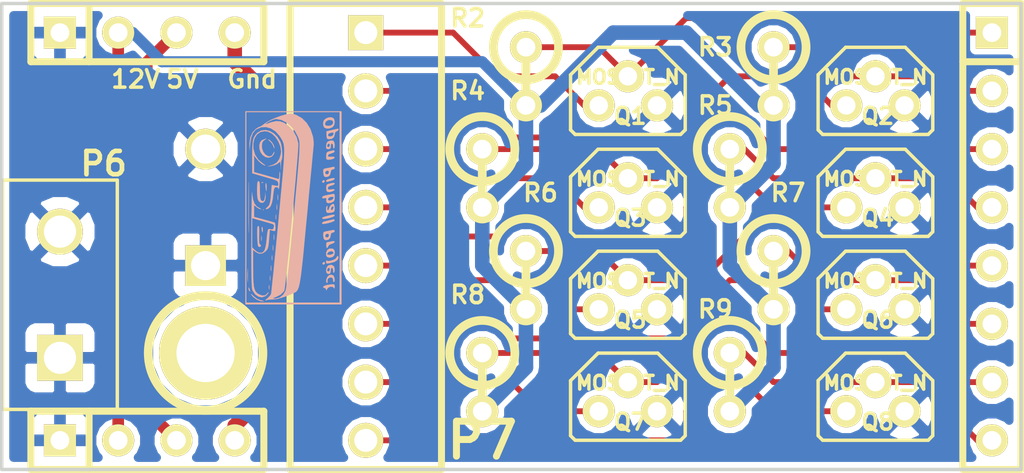
<source format=kicad_pcb>
(kicad_pcb (version 3) (host pcbnew "(2013-07-07 BZR 4022)-stable")

  (general
    (links 48)
    (no_connects 0)
    (area 162.754734 140.529734 208.686401 161.696401)
    (thickness 1.6)
    (drawings 7)
    (tracks 140)
    (zones 0)
    (modules 24)
    (nets 21)
  )

  (page A3)
  (layers
    (15 F.Cu signal)
    (0 B.Cu signal)
    (16 B.Adhes user)
    (17 F.Adhes user)
    (18 B.Paste user)
    (19 F.Paste user)
    (20 B.SilkS user)
    (21 F.SilkS user)
    (22 B.Mask user)
    (23 F.Mask user)
    (24 Dwgs.User user)
    (25 Cmts.User user)
    (26 Eco1.User user)
    (27 Eco2.User user)
    (28 Edge.Cuts user)
  )

  (setup
    (last_trace_width 0.254)
    (user_trace_width 0.4826)
    (user_trace_width 1.27)
    (trace_clearance 0.254)
    (zone_clearance 0.254)
    (zone_45_only no)
    (trace_min 0.254)
    (segment_width 0.2)
    (edge_width 0.15)
    (via_size 0.889)
    (via_drill 0.635)
    (via_min_size 0.889)
    (via_min_drill 0.508)
    (uvia_size 0.508)
    (uvia_drill 0.127)
    (uvias_allowed no)
    (uvia_min_size 0.508)
    (uvia_min_drill 0.127)
    (pcb_text_width 0.3)
    (pcb_text_size 1.5 1.5)
    (mod_edge_width 0.15)
    (mod_text_size 1.5 1.5)
    (mod_text_width 0.15)
    (pad_size 1.4 1.4)
    (pad_drill 0.8)
    (pad_to_mask_clearance 0.2)
    (aux_axis_origin 0 0)
    (visible_elements 7FFFFFFF)
    (pcbplotparams
      (layerselection 15761409)
      (usegerberextensions true)
      (excludeedgelayer false)
      (linewidth 0.150000)
      (plotframeref false)
      (viasonmask false)
      (mode 1)
      (useauxorigin false)
      (hpglpennumber 1)
      (hpglpenspeed 20)
      (hpglpendiameter 15)
      (hpglpenoverlay 2)
      (psnegative false)
      (psa4output false)
      (plotreference true)
      (plotvalue true)
      (plotothertext true)
      (plotinvisibletext false)
      (padsonsilk false)
      (subtractmaskfromsilk false)
      (outputformat 1)
      (mirror false)
      (drillshape 0)
      (scaleselection 1)
      (outputdirectory ""))
  )

  (net 0 "")
  (net 1 +12V1)
  (net 2 +5V)
  (net 3 +VLED)
  (net 4 /P0)
  (net 5 /P1)
  (net 6 /P2)
  (net 7 /P3)
  (net 8 /P4)
  (net 9 /P5)
  (net 10 /P6)
  (net 11 /P7)
  (net 12 GND)
  (net 13 N-000002)
  (net 14 N-000003)
  (net 15 N-000004)
  (net 16 N-000005)
  (net 17 N-000006)
  (net 18 N-000007)
  (net 19 N-000008)
  (net 20 N-000009)

  (net_class Default "This is the default net class."
    (clearance 0.254)
    (trace_width 0.254)
    (via_dia 0.889)
    (via_drill 0.635)
    (uvia_dia 0.508)
    (uvia_drill 0.127)
    (add_net "")
    (add_net +12V1)
    (add_net +5V)
    (add_net +VLED)
    (add_net /P0)
    (add_net /P1)
    (add_net /P2)
    (add_net /P3)
    (add_net /P4)
    (add_net /P5)
    (add_net /P6)
    (add_net /P7)
    (add_net GND)
    (add_net N-000002)
    (add_net N-000003)
    (add_net N-000004)
    (add_net N-000005)
    (add_net N-000006)
    (add_net N-000007)
    (add_net N-000008)
    (add_net N-000009)
  )

  (module SIL-8 (layer F.Cu) (tedit 55B52B0F) (tstamp 55B50D46)
    (at 207.01 151.13 270)
    (descr "Connecteur 8 pins")
    (tags "CONN DEV")
    (path /55B15C94)
    (fp_text reference P5 (at 0.635 0 270) (layer F.SilkS) hide
      (effects (font (size 1.72974 1.08712) (thickness 0.27178)))
    )
    (fp_text value CONN_8 (at 0 0 270) (layer F.SilkS) hide
      (effects (font (size 1.524 1.016) (thickness 0.254)))
    )
    (fp_line (start -10.16 -1.27) (end 10.16 -1.27) (layer F.SilkS) (width 0.3048))
    (fp_line (start 10.16 -1.27) (end 10.16 1.27) (layer F.SilkS) (width 0.3048))
    (fp_line (start 10.16 1.27) (end -10.16 1.27) (layer F.SilkS) (width 0.3048))
    (fp_line (start -10.16 1.27) (end -10.16 -1.27) (layer F.SilkS) (width 0.3048))
    (fp_line (start -7.62 1.27) (end -7.62 -1.27) (layer F.SilkS) (width 0.3048))
    (pad 1 thru_hole rect (at -8.89 0 270) (size 1.397 1.397) (drill 0.8128)
      (layers *.Cu *.Mask F.SilkS)
      (net 4 /P0)
    )
    (pad 2 thru_hole circle (at -6.35 0 270) (size 1.397 1.397) (drill 0.8128)
      (layers *.Cu *.Mask F.SilkS)
      (net 5 /P1)
    )
    (pad 3 thru_hole circle (at -3.81 0 270) (size 1.397 1.397) (drill 0.8128)
      (layers *.Cu *.Mask F.SilkS)
      (net 6 /P2)
    )
    (pad 4 thru_hole circle (at -1.27 0 270) (size 1.397 1.397) (drill 0.8128)
      (layers *.Cu *.Mask F.SilkS)
      (net 7 /P3)
    )
    (pad 5 thru_hole circle (at 1.27 0 270) (size 1.397 1.397) (drill 0.8128)
      (layers *.Cu *.Mask F.SilkS)
      (net 8 /P4)
    )
    (pad 6 thru_hole circle (at 3.81 0 270) (size 1.397 1.397) (drill 0.8128)
      (layers *.Cu *.Mask F.SilkS)
      (net 9 /P5)
    )
    (pad 7 thru_hole circle (at 6.35 0 270) (size 1.397 1.397) (drill 0.8128)
      (layers *.Cu *.Mask F.SilkS)
      (net 10 /P6)
    )
    (pad 8 thru_hole circle (at 8.89 0 270) (size 1.397 1.397) (drill 0.8128)
      (layers *.Cu *.Mask F.SilkS)
      (net 11 /P7)
    )
  )

  (module SIL-4 (layer F.Cu) (tedit 55B530C5) (tstamp 55B50D55)
    (at 170.18 142.24)
    (descr "Connecteur 4 pibs")
    (tags "CONN DEV")
    (path /55B16234)
    (fp_text reference P2 (at 0 0) (layer F.SilkS) hide
      (effects (font (size 1.73482 1.08712) (thickness 0.27178)))
    )
    (fp_text value CONN_4 (at 0 0) (layer F.SilkS) hide
      (effects (font (size 1.524 1.016) (thickness 0.3048)))
    )
    (fp_line (start -5.08 -1.27) (end -5.08 -1.27) (layer F.SilkS) (width 0.3048))
    (fp_line (start -5.08 1.27) (end -5.08 -1.27) (layer F.SilkS) (width 0.3048))
    (fp_line (start -5.08 -1.27) (end -5.08 -1.27) (layer F.SilkS) (width 0.3048))
    (fp_line (start -5.08 -1.27) (end 5.08 -1.27) (layer F.SilkS) (width 0.3048))
    (fp_line (start 5.08 -1.27) (end 5.08 1.27) (layer F.SilkS) (width 0.3048))
    (fp_line (start 5.08 1.27) (end -5.08 1.27) (layer F.SilkS) (width 0.3048))
    (fp_line (start -2.54 1.27) (end -2.54 -1.27) (layer F.SilkS) (width 0.3048))
    (pad 1 thru_hole rect (at -3.81 0) (size 1.397 1.397) (drill 0.8128)
      (layers *.Cu *.Mask F.SilkS)
      (net 3 +VLED)
    )
    (pad 2 thru_hole circle (at -1.27 0) (size 1.397 1.397) (drill 0.8128)
      (layers *.Cu *.Mask F.SilkS)
      (net 1 +12V1)
    )
    (pad 3 thru_hole circle (at 1.27 0) (size 1.397 1.397) (drill 0.8128)
      (layers *.Cu *.Mask F.SilkS)
      (net 2 +5V)
    )
    (pad 4 thru_hole circle (at 3.81 0) (size 1.397 1.397) (drill 0.8128)
      (layers *.Cu *.Mask F.SilkS)
      (net 12 GND)
    )
  )

  (module SIL-4 (layer F.Cu) (tedit 55B53101) (tstamp 55B50D64)
    (at 170.18 160.02)
    (descr "Connecteur 4 pibs")
    (tags "CONN DEV")
    (path /55B1623E)
    (fp_text reference P3 (at -0.635 0) (layer F.SilkS) hide
      (effects (font (size 1.73482 1.08712) (thickness 0.27178)))
    )
    (fp_text value CONN_4 (at -0.635 0) (layer F.SilkS) hide
      (effects (font (size 1.524 1.016) (thickness 0.3048)))
    )
    (fp_line (start -5.08 -1.27) (end -5.08 -1.27) (layer F.SilkS) (width 0.3048))
    (fp_line (start -5.08 1.27) (end -5.08 -1.27) (layer F.SilkS) (width 0.3048))
    (fp_line (start -5.08 -1.27) (end -5.08 -1.27) (layer F.SilkS) (width 0.3048))
    (fp_line (start -5.08 -1.27) (end 5.08 -1.27) (layer F.SilkS) (width 0.3048))
    (fp_line (start 5.08 -1.27) (end 5.08 1.27) (layer F.SilkS) (width 0.3048))
    (fp_line (start 5.08 1.27) (end -5.08 1.27) (layer F.SilkS) (width 0.3048))
    (fp_line (start -2.54 1.27) (end -2.54 -1.27) (layer F.SilkS) (width 0.3048))
    (pad 1 thru_hole rect (at -3.81 0) (size 1.397 1.397) (drill 0.8128)
      (layers *.Cu *.Mask F.SilkS)
      (net 3 +VLED)
    )
    (pad 2 thru_hole circle (at -1.27 0) (size 1.397 1.397) (drill 0.8128)
      (layers *.Cu *.Mask F.SilkS)
      (net 1 +12V1)
    )
    (pad 3 thru_hole circle (at 1.27 0) (size 1.397 1.397) (drill 0.8128)
      (layers *.Cu *.Mask F.SilkS)
      (net 2 +5V)
    )
    (pad 4 thru_hole circle (at 3.81 0) (size 1.397 1.397) (drill 0.8128)
      (layers *.Cu *.Mask F.SilkS)
      (net 12 GND)
    )
  )

  (module R1 (layer F.Cu) (tedit 55B5308C) (tstamp 55B50D6C)
    (at 184.785 148.59 270)
    (descr "Resistance verticale")
    (tags R)
    (path /55B4EECA)
    (autoplace_cost90 10)
    (autoplace_cost180 10)
    (fp_text reference R4 (at -3.81 0.635 360) (layer F.SilkS)
      (effects (font (size 0.762 0.762) (thickness 0.1524)))
    )
    (fp_text value 10K (at -1.143 2.54 270) (layer F.SilkS) hide
      (effects (font (size 1.397 1.27) (thickness 0.2032)))
    )
    (fp_line (start -1.27 0) (end 1.27 0) (layer F.SilkS) (width 0.381))
    (fp_circle (center -1.27 0) (end -0.635 1.27) (layer F.SilkS) (width 0.381))
    (pad 1 thru_hole circle (at -1.27 0 270) (size 1.397 1.397) (drill 0.8128)
      (layers *.Cu *.Mask F.SilkS)
      (net 6 /P2)
    )
    (pad 2 thru_hole circle (at 1.27 0 270) (size 1.397 1.397) (drill 0.8128)
      (layers *.Cu *.Mask F.SilkS)
      (net 1 +12V1)
    )
    (model discret/verti_resistor.wrl
      (at (xyz 0 0 0))
      (scale (xyz 1 1 1))
      (rotate (xyz 0 0 0))
    )
  )

  (module R1 (layer F.Cu) (tedit 55B5306E) (tstamp 55B50D74)
    (at 195.58 157.48 270)
    (descr "Resistance verticale")
    (tags R)
    (path /55B4EF1A)
    (autoplace_cost90 10)
    (autoplace_cost180 10)
    (fp_text reference R9 (at -3.175 0.635 360) (layer F.SilkS)
      (effects (font (size 0.762 0.762) (thickness 0.1524)))
    )
    (fp_text value 10K (at -1.143 2.54 270) (layer F.SilkS) hide
      (effects (font (size 1.397 1.27) (thickness 0.2032)))
    )
    (fp_line (start -1.27 0) (end 1.27 0) (layer F.SilkS) (width 0.381))
    (fp_circle (center -1.27 0) (end -0.635 1.27) (layer F.SilkS) (width 0.381))
    (pad 1 thru_hole circle (at -1.27 0 270) (size 1.397 1.397) (drill 0.8128)
      (layers *.Cu *.Mask F.SilkS)
      (net 11 /P7)
    )
    (pad 2 thru_hole circle (at 1.27 0 270) (size 1.397 1.397) (drill 0.8128)
      (layers *.Cu *.Mask F.SilkS)
      (net 1 +12V1)
    )
    (model discret/verti_resistor.wrl
      (at (xyz 0 0 0))
      (scale (xyz 1 1 1))
      (rotate (xyz 0 0 0))
    )
  )

  (module R1 (layer F.Cu) (tedit 55B5307A) (tstamp 55B50D7C)
    (at 184.785 157.48 270)
    (descr "Resistance verticale")
    (tags R)
    (path /55B4EF0A)
    (autoplace_cost90 10)
    (autoplace_cost180 10)
    (fp_text reference R8 (at -3.81 0.635 360) (layer F.SilkS)
      (effects (font (size 0.762 0.762) (thickness 0.1524)))
    )
    (fp_text value 10K (at -1.143 2.54 270) (layer F.SilkS) hide
      (effects (font (size 1.397 1.27) (thickness 0.2032)))
    )
    (fp_line (start -1.27 0) (end 1.27 0) (layer F.SilkS) (width 0.381))
    (fp_circle (center -1.27 0) (end -0.635 1.27) (layer F.SilkS) (width 0.381))
    (pad 1 thru_hole circle (at -1.27 0 270) (size 1.397 1.397) (drill 0.8128)
      (layers *.Cu *.Mask F.SilkS)
      (net 10 /P6)
    )
    (pad 2 thru_hole circle (at 1.27 0 270) (size 1.397 1.397) (drill 0.8128)
      (layers *.Cu *.Mask F.SilkS)
      (net 1 +12V1)
    )
    (model discret/verti_resistor.wrl
      (at (xyz 0 0 0))
      (scale (xyz 1 1 1))
      (rotate (xyz 0 0 0))
    )
  )

  (module R1 (layer F.Cu) (tedit 55B53067) (tstamp 55B50D84)
    (at 197.485 153.035 270)
    (descr "Resistance verticale")
    (tags R)
    (path /55B4EEFA)
    (autoplace_cost90 10)
    (autoplace_cost180 10)
    (fp_text reference R7 (at -3.81 -0.635 360) (layer F.SilkS)
      (effects (font (size 0.762 0.762) (thickness 0.1524)))
    )
    (fp_text value 10K (at -1.143 2.54 270) (layer F.SilkS) hide
      (effects (font (size 1.397 1.27) (thickness 0.2032)))
    )
    (fp_line (start -1.27 0) (end 1.27 0) (layer F.SilkS) (width 0.381))
    (fp_circle (center -1.27 0) (end -0.635 1.27) (layer F.SilkS) (width 0.381))
    (pad 1 thru_hole circle (at -1.27 0 270) (size 1.397 1.397) (drill 0.8128)
      (layers *.Cu *.Mask F.SilkS)
      (net 9 /P5)
    )
    (pad 2 thru_hole circle (at 1.27 0 270) (size 1.397 1.397) (drill 0.8128)
      (layers *.Cu *.Mask F.SilkS)
      (net 1 +12V1)
    )
    (model discret/verti_resistor.wrl
      (at (xyz 0 0 0))
      (scale (xyz 1 1 1))
      (rotate (xyz 0 0 0))
    )
  )

  (module R1 (layer F.Cu) (tedit 55B53084) (tstamp 55B50D8C)
    (at 186.69 153.035 270)
    (descr "Resistance verticale")
    (tags R)
    (path /55B4EEEA)
    (autoplace_cost90 10)
    (autoplace_cost180 10)
    (fp_text reference R6 (at -3.81 -0.635 360) (layer F.SilkS)
      (effects (font (size 0.762 0.762) (thickness 0.1524)))
    )
    (fp_text value 10K (at -1.143 2.54 270) (layer F.SilkS) hide
      (effects (font (size 1.397 1.27) (thickness 0.2032)))
    )
    (fp_line (start -1.27 0) (end 1.27 0) (layer F.SilkS) (width 0.381))
    (fp_circle (center -1.27 0) (end -0.635 1.27) (layer F.SilkS) (width 0.381))
    (pad 1 thru_hole circle (at -1.27 0 270) (size 1.397 1.397) (drill 0.8128)
      (layers *.Cu *.Mask F.SilkS)
      (net 8 /P4)
    )
    (pad 2 thru_hole circle (at 1.27 0 270) (size 1.397 1.397) (drill 0.8128)
      (layers *.Cu *.Mask F.SilkS)
      (net 1 +12V1)
    )
    (model discret/verti_resistor.wrl
      (at (xyz 0 0 0))
      (scale (xyz 1 1 1))
      (rotate (xyz 0 0 0))
    )
  )

  (module R1 (layer F.Cu) (tedit 55B5305D) (tstamp 55B50D94)
    (at 195.58 148.59 270)
    (descr "Resistance verticale")
    (tags R)
    (path /55B4EEDA)
    (autoplace_cost90 10)
    (autoplace_cost180 10)
    (fp_text reference R5 (at -3.175 0.635 360) (layer F.SilkS)
      (effects (font (size 0.762 0.762) (thickness 0.1524)))
    )
    (fp_text value 10K (at -1.143 2.54 270) (layer F.SilkS) hide
      (effects (font (size 1.397 1.27) (thickness 0.2032)))
    )
    (fp_line (start -1.27 0) (end 1.27 0) (layer F.SilkS) (width 0.381))
    (fp_circle (center -1.27 0) (end -0.635 1.27) (layer F.SilkS) (width 0.381))
    (pad 1 thru_hole circle (at -1.27 0 270) (size 1.397 1.397) (drill 0.8128)
      (layers *.Cu *.Mask F.SilkS)
      (net 7 /P3)
    )
    (pad 2 thru_hole circle (at 1.27 0 270) (size 1.397 1.397) (drill 0.8128)
      (layers *.Cu *.Mask F.SilkS)
      (net 1 +12V1)
    )
    (model discret/verti_resistor.wrl
      (at (xyz 0 0 0))
      (scale (xyz 1 1 1))
      (rotate (xyz 0 0 0))
    )
  )

  (module R1 (layer F.Cu) (tedit 55B53050) (tstamp 55B50D9C)
    (at 197.485 144.145 270)
    (descr "Resistance verticale")
    (tags R)
    (path /55B4EEBA)
    (autoplace_cost90 10)
    (autoplace_cost180 10)
    (fp_text reference R3 (at -1.27 2.54 360) (layer F.SilkS)
      (effects (font (size 0.762 0.762) (thickness 0.1524)))
    )
    (fp_text value 10K (at -1.143 2.54 270) (layer F.SilkS) hide
      (effects (font (size 1.397 1.27) (thickness 0.2032)))
    )
    (fp_line (start -1.27 0) (end 1.27 0) (layer F.SilkS) (width 0.381))
    (fp_circle (center -1.27 0) (end -0.635 1.27) (layer F.SilkS) (width 0.381))
    (pad 1 thru_hole circle (at -1.27 0 270) (size 1.397 1.397) (drill 0.8128)
      (layers *.Cu *.Mask F.SilkS)
      (net 5 /P1)
    )
    (pad 2 thru_hole circle (at 1.27 0 270) (size 1.397 1.397) (drill 0.8128)
      (layers *.Cu *.Mask F.SilkS)
      (net 1 +12V1)
    )
    (model discret/verti_resistor.wrl
      (at (xyz 0 0 0))
      (scale (xyz 1 1 1))
      (rotate (xyz 0 0 0))
    )
  )

  (module R1 (layer F.Cu) (tedit 55B53092) (tstamp 55B50DAC)
    (at 186.69 144.145 270)
    (descr "Resistance verticale")
    (tags R)
    (path /55B1776F)
    (autoplace_cost90 10)
    (autoplace_cost180 10)
    (fp_text reference R2 (at -2.54 2.54 360) (layer F.SilkS)
      (effects (font (size 0.762 0.762) (thickness 0.1524)))
    )
    (fp_text value 10K (at -1.143 2.54 270) (layer F.SilkS) hide
      (effects (font (size 1.397 1.27) (thickness 0.2032)))
    )
    (fp_line (start -1.27 0) (end 1.27 0) (layer F.SilkS) (width 0.381))
    (fp_circle (center -1.27 0) (end -0.635 1.27) (layer F.SilkS) (width 0.381))
    (pad 1 thru_hole circle (at -1.27 0 270) (size 1.397 1.397) (drill 0.8128)
      (layers *.Cu *.Mask F.SilkS)
      (net 4 /P0)
    )
    (pad 2 thru_hole circle (at 1.27 0 270) (size 1.397 1.397) (drill 0.8128)
      (layers *.Cu *.Mask F.SilkS)
      (net 1 +12V1)
    )
    (model discret/verti_resistor.wrl
      (at (xyz 0 0 0))
      (scale (xyz 1 1 1))
      (rotate (xyz 0 0 0))
    )
  )

  (module 00_th1x8x100-lock (layer F.Cu) (tedit 55B530A0) (tstamp 55B50E34)
    (at 179.705 151.13 270)
    (path /55B503D5)
    (fp_text reference P7 (at 8.89 -5.08 360) (layer F.SilkS)
      (effects (font (size 1.524 1.524) (thickness 0.3048)))
    )
    (fp_text value CONN_8 (at 0 2.54 270) (layer F.SilkS) hide
      (effects (font (size 1.524 1.524) (thickness 0.3048)))
    )
    (fp_line (start -10.16 -3.302) (end -10.16 3.302) (layer F.SilkS) (width 0.3048))
    (fp_line (start -10.16 3.302) (end 10.16 3.302) (layer F.SilkS) (width 0.3048))
    (fp_line (start 10.16 3.302) (end 10.16 -3.302) (layer F.SilkS) (width 0.3048))
    (fp_line (start 10.16 -3.302) (end -10.16 -3.302) (layer F.SilkS) (width 0.3048))
    (pad 1 thru_hole rect (at -8.89 0 270) (size 1.524 1.524) (drill 1.00076)
      (layers *.Cu *.Mask F.SilkS)
      (net 14 N-000003)
    )
    (pad 2 thru_hole circle (at -6.35 0 270) (size 1.524 1.524) (drill 1.00076)
      (layers *.Cu *.Mask F.SilkS)
      (net 15 N-000004)
    )
    (pad 3 thru_hole circle (at -3.81 0 270) (size 1.524 1.524) (drill 1.00076)
      (layers *.Cu *.Mask F.SilkS)
      (net 13 N-000002)
    )
    (pad 4 thru_hole circle (at -1.27 0 270) (size 1.524 1.524) (drill 1.00076)
      (layers *.Cu *.Mask F.SilkS)
      (net 16 N-000005)
    )
    (pad 5 thru_hole circle (at 1.27 0 270) (size 1.524 1.524) (drill 1.00076)
      (layers *.Cu *.Mask F.SilkS)
      (net 17 N-000006)
    )
    (pad 6 thru_hole circle (at 3.81 0 270) (size 1.524 1.524) (drill 1.00076)
      (layers *.Cu *.Mask F.SilkS)
      (net 18 N-000007)
    )
    (pad 7 thru_hole circle (at 6.35 0 270) (size 1.524 1.524) (drill 1.00076)
      (layers *.Cu *.Mask F.SilkS)
      (net 19 N-000008)
    )
    (pad 8 thru_hole circle (at 8.89 0 270) (size 1.524 1.524) (drill 1.00076)
      (layers *.Cu *.Mask F.SilkS)
      (net 20 N-000009)
    )
  )

  (module 00_th1x2x4.2mm_nopeg (layer F.Cu) (tedit 55B5314C) (tstamp 55B50E3E)
    (at 166.37 153.67)
    (descr "Double rangee de contacts 2 x 8 pins")
    (tags CONN)
    (path /55B50F36)
    (fp_text reference P6 (at 1.905 -5.715) (layer F.SilkS)
      (effects (font (size 1.016 1.016) (thickness 0.2032)))
    )
    (fp_text value CONN_2 (at 0.127 0.127) (layer F.SilkS) hide
      (effects (font (size 1.016 1.016) (thickness 0.2032)))
    )
    (fp_line (start -2.5 -5) (end 2.5 -5) (layer F.SilkS) (width 0.15))
    (fp_line (start 2.5 -5) (end 2.5 5) (layer F.SilkS) (width 0.15))
    (fp_line (start 2.5 5) (end -2.5 5) (layer F.SilkS) (width 0.15))
    (fp_line (start -2.5 5) (end -2.5 -5) (layer F.SilkS) (width 0.15))
    (pad 1 thru_hole rect (at 0 2.75082) (size 1.99898 1.99898) (drill 1.39954)
      (layers *.Cu *.Mask F.SilkS)
      (net 3 +VLED)
    )
    (pad 2 thru_hole circle (at 0 -2.75082) (size 1.99898 1.99898) (drill 1.39954)
      (layers *.Cu *.Mask F.SilkS)
      (net 3 +VLED)
    )
    (model pin_array/pins_array_8x2.wrl
      (at (xyz 0 0 0))
      (scale (xyz 1 1 1))
      (rotate (xyz 0 0 0))
    )
  )

  (module 00_th1x2x200 (layer F.Cu) (tedit 55B53116) (tstamp 55B50E44)
    (at 172.72 149.86 90)
    (path /4F789F3A)
    (fp_text reference P4 (at 0 -2.032 90) (layer F.SilkS) hide
      (effects (font (size 1.524 1.524) (thickness 0.3048)))
    )
    (fp_text value SPADE_187 (at 0 0.254 90) (layer F.SilkS) hide
      (effects (font (size 1.524 1.524) (thickness 0.3048)))
    )
    (pad 1 thru_hole rect (at -2.54 0 90) (size 1.778 1.778) (drill 1.27)
      (layers *.Cu *.Mask F.SilkS)
      (net 3 +VLED)
    )
    (pad 2 thru_hole circle (at 2.54 0 90) (size 1.778 1.778) (drill 1.27)
      (layers *.Cu *.Mask F.SilkS)
      (net 3 +VLED)
    )
  )

  (module 00_mtg_hole-2-56 (layer F.Cu) (tedit 50E739BF) (tstamp 55B50E4A)
    (at 172.72 156.21)
    (descr "module 1 pin (ou trou mecanique de percage)")
    (tags DEV)
    (path /55B18CB8)
    (fp_text reference P1 (at 0 -3.048) (layer F.SilkS) hide
      (effects (font (size 1.016 1.016) (thickness 0.254)))
    )
    (fp_text value TST (at 0 2.794) (layer F.SilkS) hide
      (effects (font (size 1.016 1.016) (thickness 0.254)))
    )
    (fp_circle (center 0 0) (end -2.49936 0) (layer F.SilkS) (width 0.381))
    (pad 1 thru_hole circle (at 0 0) (size 4.064 4.064) (drill 2.54)
      (layers *.Cu *.Mask F.SilkS)
    )
  )

  (module 00_to92_sgd (layer F.Cu) (tedit 55BA8FB8) (tstamp 55B51200)
    (at 191.135 149.225 180)
    (path /55B4EEC4)
    (fp_text reference Q3 (at -0.1 -1.1 180) (layer F.SilkS)
      (effects (font (size 0.7 0.7) (thickness 0.15)))
    )
    (fp_text value MOSFET_N (at 0 0.6 180) (layer F.SilkS)
      (effects (font (size 0.6 0.6) (thickness 0.15)))
    )
    (fp_line (start 1.3 1.9) (end -1.3 1.9) (layer F.SilkS) (width 0.15))
    (fp_line (start -2.5 -1.7) (end -2.3 -1.9) (layer F.SilkS) (width 0.15))
    (fp_line (start -2.3 -1.9) (end 2.3 -1.9) (layer F.SilkS) (width 0.15))
    (fp_line (start 2.3 -1.9) (end 2.5 -1.7) (layer F.SilkS) (width 0.15))
    (fp_line (start 2.5 -1.7) (end 2.5 0.7) (layer F.SilkS) (width 0.15))
    (fp_line (start 2.5 0.7) (end 1.3 1.9) (layer F.SilkS) (width 0.15))
    (fp_line (start -1.3 1.9) (end -2.5 0.7) (layer F.SilkS) (width 0.15))
    (fp_line (start -2.5 0.7) (end -2.5 -1.7) (layer F.SilkS) (width 0.15))
    (pad S thru_hole circle (at 1.27 -0.635 180) (size 1.4 1.4) (drill 0.8)
      (layers *.Cu *.Mask F.SilkS)
      (net 13 N-000002)
    )
    (pad G thru_hole circle (at 0 0.635 180) (size 1.4 1.4) (drill 0.8)
      (layers *.Cu *.Mask F.SilkS)
      (net 6 /P2)
    )
    (pad D thru_hole circle (at -1.27 -0.635 180) (size 1.4 1.4) (drill 0.8)
      (layers *.Cu *.Mask F.SilkS)
      (net 3 +VLED)
    )
    (model to-xxx-packages/to92.wrl
      (at (xyz 0 0 0))
      (scale (xyz 1 1 1))
      (rotate (xyz 0 0 0))
    )
  )

  (module 00_to92_sgd (layer F.Cu) (tedit 55BA8FB8) (tstamp 55B50DCA)
    (at 201.93 149.225 180)
    (path /55B4EED4)
    (fp_text reference Q4 (at -0.1 -1.1 180) (layer F.SilkS)
      (effects (font (size 0.7 0.7) (thickness 0.15)))
    )
    (fp_text value MOSFET_N (at 0 0.6 180) (layer F.SilkS)
      (effects (font (size 0.6 0.6) (thickness 0.15)))
    )
    (fp_line (start 1.3 1.9) (end -1.3 1.9) (layer F.SilkS) (width 0.15))
    (fp_line (start -2.5 -1.7) (end -2.3 -1.9) (layer F.SilkS) (width 0.15))
    (fp_line (start -2.3 -1.9) (end 2.3 -1.9) (layer F.SilkS) (width 0.15))
    (fp_line (start 2.3 -1.9) (end 2.5 -1.7) (layer F.SilkS) (width 0.15))
    (fp_line (start 2.5 -1.7) (end 2.5 0.7) (layer F.SilkS) (width 0.15))
    (fp_line (start 2.5 0.7) (end 1.3 1.9) (layer F.SilkS) (width 0.15))
    (fp_line (start -1.3 1.9) (end -2.5 0.7) (layer F.SilkS) (width 0.15))
    (fp_line (start -2.5 0.7) (end -2.5 -1.7) (layer F.SilkS) (width 0.15))
    (pad S thru_hole circle (at 1.27 -0.635 180) (size 1.4 1.4) (drill 0.8)
      (layers *.Cu *.Mask F.SilkS)
      (net 16 N-000005)
    )
    (pad G thru_hole circle (at 0 0.635 180) (size 1.4 1.4) (drill 0.8)
      (layers *.Cu *.Mask F.SilkS)
      (net 7 /P3)
    )
    (pad D thru_hole circle (at -1.27 -0.635 180) (size 1.4 1.4) (drill 0.8)
      (layers *.Cu *.Mask F.SilkS)
      (net 3 +VLED)
    )
    (model to-xxx-packages/to92.wrl
      (at (xyz 0 0 0))
      (scale (xyz 1 1 1))
      (rotate (xyz 0 0 0))
    )
  )

  (module 00_to92_sgd (layer F.Cu) (tedit 55BA8FB8) (tstamp 55B50DD9)
    (at 201.93 144.78 180)
    (path /55B4EEB4)
    (fp_text reference Q2 (at -0.1 -1.1 180) (layer F.SilkS)
      (effects (font (size 0.7 0.7) (thickness 0.15)))
    )
    (fp_text value MOSFET_N (at 0 0.6 180) (layer F.SilkS)
      (effects (font (size 0.6 0.6) (thickness 0.15)))
    )
    (fp_line (start 1.3 1.9) (end -1.3 1.9) (layer F.SilkS) (width 0.15))
    (fp_line (start -2.5 -1.7) (end -2.3 -1.9) (layer F.SilkS) (width 0.15))
    (fp_line (start -2.3 -1.9) (end 2.3 -1.9) (layer F.SilkS) (width 0.15))
    (fp_line (start 2.3 -1.9) (end 2.5 -1.7) (layer F.SilkS) (width 0.15))
    (fp_line (start 2.5 -1.7) (end 2.5 0.7) (layer F.SilkS) (width 0.15))
    (fp_line (start 2.5 0.7) (end 1.3 1.9) (layer F.SilkS) (width 0.15))
    (fp_line (start -1.3 1.9) (end -2.5 0.7) (layer F.SilkS) (width 0.15))
    (fp_line (start -2.5 0.7) (end -2.5 -1.7) (layer F.SilkS) (width 0.15))
    (pad S thru_hole circle (at 1.27 -0.635 180) (size 1.4 1.4) (drill 0.8)
      (layers *.Cu *.Mask F.SilkS)
      (net 15 N-000004)
    )
    (pad G thru_hole circle (at 0 0.635 180) (size 1.4 1.4) (drill 0.8)
      (layers *.Cu *.Mask F.SilkS)
      (net 5 /P1)
    )
    (pad D thru_hole circle (at -1.27 -0.635 180) (size 1.4 1.4) (drill 0.8)
      (layers *.Cu *.Mask F.SilkS)
      (net 3 +VLED)
    )
    (model to-xxx-packages/to92.wrl
      (at (xyz 0 0 0))
      (scale (xyz 1 1 1))
      (rotate (xyz 0 0 0))
    )
  )

  (module 00_to92_sgd (layer F.Cu) (tedit 55BA8FB8) (tstamp 55B50DE8)
    (at 191.135 153.67 180)
    (path /55B4EEE4)
    (fp_text reference Q5 (at -0.1 -1.1 180) (layer F.SilkS)
      (effects (font (size 0.7 0.7) (thickness 0.15)))
    )
    (fp_text value MOSFET_N (at 0 0.6 180) (layer F.SilkS)
      (effects (font (size 0.6 0.6) (thickness 0.15)))
    )
    (fp_line (start 1.3 1.9) (end -1.3 1.9) (layer F.SilkS) (width 0.15))
    (fp_line (start -2.5 -1.7) (end -2.3 -1.9) (layer F.SilkS) (width 0.15))
    (fp_line (start -2.3 -1.9) (end 2.3 -1.9) (layer F.SilkS) (width 0.15))
    (fp_line (start 2.3 -1.9) (end 2.5 -1.7) (layer F.SilkS) (width 0.15))
    (fp_line (start 2.5 -1.7) (end 2.5 0.7) (layer F.SilkS) (width 0.15))
    (fp_line (start 2.5 0.7) (end 1.3 1.9) (layer F.SilkS) (width 0.15))
    (fp_line (start -1.3 1.9) (end -2.5 0.7) (layer F.SilkS) (width 0.15))
    (fp_line (start -2.5 0.7) (end -2.5 -1.7) (layer F.SilkS) (width 0.15))
    (pad S thru_hole circle (at 1.27 -0.635 180) (size 1.4 1.4) (drill 0.8)
      (layers *.Cu *.Mask F.SilkS)
      (net 17 N-000006)
    )
    (pad G thru_hole circle (at 0 0.635 180) (size 1.4 1.4) (drill 0.8)
      (layers *.Cu *.Mask F.SilkS)
      (net 8 /P4)
    )
    (pad D thru_hole circle (at -1.27 -0.635 180) (size 1.4 1.4) (drill 0.8)
      (layers *.Cu *.Mask F.SilkS)
      (net 3 +VLED)
    )
    (model to-xxx-packages/to92.wrl
      (at (xyz 0 0 0))
      (scale (xyz 1 1 1))
      (rotate (xyz 0 0 0))
    )
  )

  (module 00_to92_sgd (layer F.Cu) (tedit 55BA8FB8) (tstamp 55B50DF7)
    (at 201.93 153.67 180)
    (path /55B4EEF4)
    (fp_text reference Q6 (at -0.1 -1.1 180) (layer F.SilkS)
      (effects (font (size 0.7 0.7) (thickness 0.15)))
    )
    (fp_text value MOSFET_N (at 0 0.6 180) (layer F.SilkS)
      (effects (font (size 0.6 0.6) (thickness 0.15)))
    )
    (fp_line (start 1.3 1.9) (end -1.3 1.9) (layer F.SilkS) (width 0.15))
    (fp_line (start -2.5 -1.7) (end -2.3 -1.9) (layer F.SilkS) (width 0.15))
    (fp_line (start -2.3 -1.9) (end 2.3 -1.9) (layer F.SilkS) (width 0.15))
    (fp_line (start 2.3 -1.9) (end 2.5 -1.7) (layer F.SilkS) (width 0.15))
    (fp_line (start 2.5 -1.7) (end 2.5 0.7) (layer F.SilkS) (width 0.15))
    (fp_line (start 2.5 0.7) (end 1.3 1.9) (layer F.SilkS) (width 0.15))
    (fp_line (start -1.3 1.9) (end -2.5 0.7) (layer F.SilkS) (width 0.15))
    (fp_line (start -2.5 0.7) (end -2.5 -1.7) (layer F.SilkS) (width 0.15))
    (pad S thru_hole circle (at 1.27 -0.635 180) (size 1.4 1.4) (drill 0.8)
      (layers *.Cu *.Mask F.SilkS)
      (net 18 N-000007)
    )
    (pad G thru_hole circle (at 0 0.635 180) (size 1.4 1.4) (drill 0.8)
      (layers *.Cu *.Mask F.SilkS)
      (net 9 /P5)
    )
    (pad D thru_hole circle (at -1.27 -0.635 180) (size 1.4 1.4) (drill 0.8)
      (layers *.Cu *.Mask F.SilkS)
      (net 3 +VLED)
    )
    (model to-xxx-packages/to92.wrl
      (at (xyz 0 0 0))
      (scale (xyz 1 1 1))
      (rotate (xyz 0 0 0))
    )
  )

  (module 00_to92_sgd (layer F.Cu) (tedit 55BA8FB8) (tstamp 55B50E06)
    (at 191.135 158.115 180)
    (path /55B4EF04)
    (fp_text reference Q7 (at -0.1 -1.1 180) (layer F.SilkS)
      (effects (font (size 0.7 0.7) (thickness 0.15)))
    )
    (fp_text value MOSFET_N (at 0 0.6 180) (layer F.SilkS)
      (effects (font (size 0.6 0.6) (thickness 0.15)))
    )
    (fp_line (start 1.3 1.9) (end -1.3 1.9) (layer F.SilkS) (width 0.15))
    (fp_line (start -2.5 -1.7) (end -2.3 -1.9) (layer F.SilkS) (width 0.15))
    (fp_line (start -2.3 -1.9) (end 2.3 -1.9) (layer F.SilkS) (width 0.15))
    (fp_line (start 2.3 -1.9) (end 2.5 -1.7) (layer F.SilkS) (width 0.15))
    (fp_line (start 2.5 -1.7) (end 2.5 0.7) (layer F.SilkS) (width 0.15))
    (fp_line (start 2.5 0.7) (end 1.3 1.9) (layer F.SilkS) (width 0.15))
    (fp_line (start -1.3 1.9) (end -2.5 0.7) (layer F.SilkS) (width 0.15))
    (fp_line (start -2.5 0.7) (end -2.5 -1.7) (layer F.SilkS) (width 0.15))
    (pad S thru_hole circle (at 1.27 -0.635 180) (size 1.4 1.4) (drill 0.8)
      (layers *.Cu *.Mask F.SilkS)
      (net 19 N-000008)
    )
    (pad G thru_hole circle (at 0 0.635 180) (size 1.4 1.4) (drill 0.8)
      (layers *.Cu *.Mask F.SilkS)
      (net 10 /P6)
    )
    (pad D thru_hole circle (at -1.27 -0.635 180) (size 1.4 1.4) (drill 0.8)
      (layers *.Cu *.Mask F.SilkS)
      (net 3 +VLED)
    )
    (model to-xxx-packages/to92.wrl
      (at (xyz 0 0 0))
      (scale (xyz 1 1 1))
      (rotate (xyz 0 0 0))
    )
  )

  (module 00_to92_sgd (layer F.Cu) (tedit 55BA8FB8) (tstamp 55B50E15)
    (at 201.93 158.115 180)
    (path /55B4EF14)
    (fp_text reference Q8 (at -0.1 -1.1 180) (layer F.SilkS)
      (effects (font (size 0.7 0.7) (thickness 0.15)))
    )
    (fp_text value MOSFET_N (at 0 0.6 180) (layer F.SilkS)
      (effects (font (size 0.6 0.6) (thickness 0.15)))
    )
    (fp_line (start 1.3 1.9) (end -1.3 1.9) (layer F.SilkS) (width 0.15))
    (fp_line (start -2.5 -1.7) (end -2.3 -1.9) (layer F.SilkS) (width 0.15))
    (fp_line (start -2.3 -1.9) (end 2.3 -1.9) (layer F.SilkS) (width 0.15))
    (fp_line (start 2.3 -1.9) (end 2.5 -1.7) (layer F.SilkS) (width 0.15))
    (fp_line (start 2.5 -1.7) (end 2.5 0.7) (layer F.SilkS) (width 0.15))
    (fp_line (start 2.5 0.7) (end 1.3 1.9) (layer F.SilkS) (width 0.15))
    (fp_line (start -1.3 1.9) (end -2.5 0.7) (layer F.SilkS) (width 0.15))
    (fp_line (start -2.5 0.7) (end -2.5 -1.7) (layer F.SilkS) (width 0.15))
    (pad S thru_hole circle (at 1.27 -0.635 180) (size 1.4 1.4) (drill 0.8)
      (layers *.Cu *.Mask F.SilkS)
      (net 20 N-000009)
    )
    (pad G thru_hole circle (at 0 0.635 180) (size 1.4 1.4) (drill 0.8)
      (layers *.Cu *.Mask F.SilkS)
      (net 11 /P7)
    )
    (pad D thru_hole circle (at -1.27 -0.635 180) (size 1.4 1.4) (drill 0.8)
      (layers *.Cu *.Mask F.SilkS)
      (net 3 +VLED)
    )
    (model to-xxx-packages/to92.wrl
      (at (xyz 0 0 0))
      (scale (xyz 1 1 1))
      (rotate (xyz 0 0 0))
    )
  )

  (module 00_to92_sgd (layer F.Cu) (tedit 55BA8FB8) (tstamp 55B50E24)
    (at 191.135 144.78 180)
    (path /55B16200)
    (fp_text reference Q1 (at -0.1 -1.1 180) (layer F.SilkS)
      (effects (font (size 0.7 0.7) (thickness 0.15)))
    )
    (fp_text value MOSFET_N (at 0 0.6 180) (layer F.SilkS)
      (effects (font (size 0.6 0.6) (thickness 0.15)))
    )
    (fp_line (start 1.3 1.9) (end -1.3 1.9) (layer F.SilkS) (width 0.15))
    (fp_line (start -2.5 -1.7) (end -2.3 -1.9) (layer F.SilkS) (width 0.15))
    (fp_line (start -2.3 -1.9) (end 2.3 -1.9) (layer F.SilkS) (width 0.15))
    (fp_line (start 2.3 -1.9) (end 2.5 -1.7) (layer F.SilkS) (width 0.15))
    (fp_line (start 2.5 -1.7) (end 2.5 0.7) (layer F.SilkS) (width 0.15))
    (fp_line (start 2.5 0.7) (end 1.3 1.9) (layer F.SilkS) (width 0.15))
    (fp_line (start -1.3 1.9) (end -2.5 0.7) (layer F.SilkS) (width 0.15))
    (fp_line (start -2.5 0.7) (end -2.5 -1.7) (layer F.SilkS) (width 0.15))
    (pad S thru_hole circle (at 1.27 -0.635 180) (size 1.4 1.4) (drill 0.8)
      (layers *.Cu *.Mask F.SilkS)
      (net 14 N-000003)
    )
    (pad G thru_hole circle (at 0 0.635 180) (size 1.4 1.4) (drill 0.8)
      (layers *.Cu *.Mask F.SilkS)
      (net 4 /P0)
    )
    (pad D thru_hole circle (at -1.27 -0.635 180) (size 1.4 1.4) (drill 0.8)
      (layers *.Cu *.Mask F.SilkS)
      (net 3 +VLED)
    )
    (model to-xxx-packages/to92.wrl
      (at (xyz 0 0 0))
      (scale (xyz 1 1 1))
      (rotate (xyz 0 0 0))
    )
  )

  (module opp_logo_backsilk (layer F.Cu) (tedit 0) (tstamp 55BAF166)
    (at 176.53 149.86 90)
    (fp_text reference VAL (at 0 0 90) (layer F.SilkS) hide
      (effects (font (size 0.381 0.381) (thickness 0.127)))
    )
    (fp_text value REF (at 0 0 90) (layer F.SilkS) hide
      (effects (font (size 0.381 0.381) (thickness 0.127)))
    )
    (fp_poly (pts (xy -4.23418 2.11836) (xy -4.15036 2.11836) (xy -4.15036 2.032) (xy -4.15036 0)
      (xy -4.15036 -2.032) (xy 0 -2.032) (xy 4.15036 -2.032) (xy 4.15036 0)
      (xy 4.15036 2.032) (xy 0 2.032) (xy -4.15036 2.032) (xy -4.15036 2.11836)
      (xy -0.02286 2.11836) (xy 4.191 2.11836) (xy 4.191 0.02286) (xy 4.191 -2.07518)
      (xy -0.02286 -2.07518) (xy -4.23418 -2.07518) (xy -4.23418 0.02286) (xy -4.23418 2.11836)
      (xy -4.23418 2.11836)) (layer B.SilkS) (width 0.00254))
    (fp_poly (pts (xy 2.9718 1.55448) (xy 2.9845 1.69164) (xy 3.05816 1.78562) (xy 3.09118 1.79578)
      (xy 3.09118 1.62306) (xy 3.10642 1.55194) (xy 3.1496 1.524) (xy 3.21564 1.5621)
      (xy 3.25374 1.65862) (xy 3.26136 1.71958) (xy 3.2512 1.77038) (xy 3.21056 1.77038)
      (xy 3.15722 1.7526) (xy 3.10896 1.7018) (xy 3.09118 1.62306) (xy 3.09118 1.79578)
      (xy 3.17246 1.82118) (xy 3.27406 1.84404) (xy 3.3147 1.905) (xy 3.35026 1.96596)
      (xy 3.39598 1.9939) (xy 3.42646 1.97612) (xy 3.429 1.95834) (xy 3.41884 1.90246)
      (xy 3.39344 1.79324) (xy 3.37312 1.69418) (xy 3.31724 1.4605) (xy 3.15214 1.4605)
      (xy 3.04038 1.46812) (xy 2.98704 1.50114) (xy 2.9718 1.55448) (xy 2.9718 1.55448)) (layer B.SilkS) (width 0.00254))
    (fp_poly (pts (xy -2.4511 1.4859) (xy -2.4384 1.57988) (xy -2.43586 1.6002) (xy -2.37998 1.80848)
      (xy -2.2987 1.93802) (xy -2.21234 1.98374) (xy -2.13868 1.97866) (xy -2.11836 1.9558)
      (xy -2.15138 1.91262) (xy -2.19202 1.89484) (xy -2.24536 1.84912) (xy -2.29362 1.7526)
      (xy -2.32664 1.64084) (xy -2.33934 1.5367) (xy -2.32156 1.4732) (xy -2.3114 1.46558)
      (xy -2.3114 1.45034) (xy -2.36474 1.44272) (xy -2.42824 1.4478) (xy -2.4511 1.4859)
      (xy -2.4511 1.4859)) (layer B.SilkS) (width 0.00254))
    (fp_poly (pts (xy 3.43662 1.4605) (xy 3.43916 1.59004) (xy 3.48996 1.71704) (xy 3.49504 1.7272)
      (xy 3.556 1.77292) (xy 3.556 1.54432) (xy 3.5687 1.44018) (xy 3.6068 1.40208)
      (xy 3.6322 1.397) (xy 3.74142 1.4351) (xy 3.80238 1.53416) (xy 3.81 1.61544)
      (xy 3.7846 1.71958) (xy 3.71348 1.75514) (xy 3.62966 1.72974) (xy 3.57124 1.651)
      (xy 3.556 1.54432) (xy 3.556 1.77292) (xy 3.58648 1.79578) (xy 3.71348 1.82372)
      (xy 3.83286 1.8034) (xy 3.8862 1.77038) (xy 3.92938 1.6764) (xy 3.92176 1.5494)
      (xy 3.87096 1.42748) (xy 3.79476 1.3462) (xy 3.6957 1.31572) (xy 3.57886 1.3208)
      (xy 3.48742 1.3589) (xy 3.4798 1.36398) (xy 3.43662 1.4605) (xy 3.43662 1.4605)) (layer B.SilkS) (width 0.00254))
    (fp_poly (pts (xy 2.54 1.54432) (xy 2.5527 1.62052) (xy 2.60858 1.64846) (xy 2.62636 1.64846)
      (xy 2.62636 1.54178) (xy 2.65684 1.49098) (xy 2.69494 1.49098) (xy 2.76606 1.52654)
      (xy 2.7813 1.5748) (xy 2.73812 1.60782) (xy 2.71272 1.61036) (xy 2.6416 1.58242)
      (xy 2.62636 1.54178) (xy 2.62636 1.64846) (xy 2.67208 1.651) (xy 2.76606 1.66624)
      (xy 2.78384 1.70434) (xy 2.73304 1.74244) (xy 2.65176 1.75006) (xy 2.5781 1.75514)
      (xy 2.56286 1.78054) (xy 2.62636 1.8161) (xy 2.7305 1.82118) (xy 2.83464 1.8034)
      (xy 2.90322 1.76276) (xy 2.9083 1.7526) (xy 2.91592 1.6637) (xy 2.8956 1.57226)
      (xy 2.84988 1.49352) (xy 2.76606 1.45796) (xy 2.70002 1.4478) (xy 2.59588 1.44526)
      (xy 2.55016 1.47066) (xy 2.54 1.5367) (xy 2.54 1.54432) (xy 2.54 1.54432)) (layer B.SilkS) (width 0.00254))
    (fp_poly (pts (xy 2.07518 1.5367) (xy 2.09042 1.6764) (xy 2.12598 1.778) (xy 2.17424 1.82118)
      (xy 2.17678 1.82118) (xy 2.2098 1.78308) (xy 2.2098 1.67386) (xy 2.20726 1.56972)
      (xy 2.2352 1.52908) (xy 2.25806 1.524) (xy 2.31648 1.56464) (xy 2.35204 1.67386)
      (xy 2.39014 1.778) (xy 2.44094 1.82118) (xy 2.44348 1.82118) (xy 2.48666 1.7907)
      (xy 2.48412 1.74752) (xy 2.45872 1.64846) (xy 2.44094 1.56464) (xy 2.41046 1.49098)
      (xy 2.35204 1.45796) (xy 2.24536 1.4478) (xy 2.13614 1.4478) (xy 2.08788 1.4732)
      (xy 2.07518 1.53162) (xy 2.07518 1.5367) (xy 2.07518 1.5367)) (layer B.SilkS) (width 0.00254))
    (fp_poly (pts (xy 1.3208 1.43764) (xy 1.34112 1.54686) (xy 1.42748 1.6256) (xy 1.44018 1.6256)
      (xy 1.44018 1.47828) (xy 1.46558 1.41732) (xy 1.524 1.40716) (xy 1.58242 1.44526)
      (xy 1.60274 1.49352) (xy 1.58496 1.55448) (xy 1.52908 1.56718) (xy 1.45542 1.53924)
      (xy 1.44018 1.47828) (xy 1.44018 1.6256) (xy 1.55448 1.651) (xy 1.63322 1.6764)
      (xy 1.651 1.73736) (xy 1.68148 1.80594) (xy 1.71958 1.82118) (xy 1.76784 1.79832)
      (xy 1.76276 1.7272) (xy 1.73736 1.62052) (xy 1.71196 1.4859) (xy 1.70942 1.47066)
      (xy 1.6891 1.36906) (xy 1.651 1.32334) (xy 1.56972 1.31826) (xy 1.50876 1.3208)
      (xy 1.39446 1.33858) (xy 1.33858 1.37414) (xy 1.3208 1.43764) (xy 1.3208 1.43764)) (layer B.SilkS) (width 0.00254))
    (fp_poly (pts (xy 1.11506 1.47066) (xy 1.1176 1.51384) (xy 1.14554 1.6129) (xy 1.1684 1.70434)
      (xy 1.20396 1.78816) (xy 1.24714 1.82118) (xy 1.27762 1.80086) (xy 1.27762 1.73228)
      (xy 1.2573 1.63068) (xy 1.21666 1.50876) (xy 1.17094 1.44526) (xy 1.1557 1.44018)
      (xy 1.11506 1.47066) (xy 1.11506 1.47066)) (layer B.SilkS) (width 0.00254))
    (fp_poly (pts (xy 0.66802 1.61036) (xy 0.6858 1.68402) (xy 0.72898 1.7907) (xy 0.76962 1.82118)
      (xy 0.79502 1.778) (xy 0.7874 1.67386) (xy 0.7747 1.5748) (xy 0.79502 1.53162)
      (xy 0.84074 1.524) (xy 0.90424 1.55194) (xy 0.94488 1.64338) (xy 0.94996 1.67386)
      (xy 0.98298 1.77038) (xy 1.02616 1.81864) (xy 1.03378 1.82118) (xy 1.06426 1.8034)
      (xy 1.0668 1.7399) (xy 1.04648 1.63576) (xy 1.016 1.52146) (xy 0.9779 1.46558)
      (xy 0.90424 1.45034) (xy 0.84582 1.4478) (xy 0.7239 1.4605) (xy 0.67056 1.50876)
      (xy 0.66802 1.61036) (xy 0.66802 1.61036)) (layer B.SilkS) (width 0.00254))
    (fp_poly (pts (xy 0.18034 1.52908) (xy 0.19558 1.64846) (xy 0.21336 1.69418) (xy 0.25908 1.778)
      (xy 0.29718 1.79832) (xy 0.29718 1.59766) (xy 0.32004 1.53416) (xy 0.3683 1.52908)
      (xy 0.42418 1.57226) (xy 0.4572 1.65354) (xy 0.45974 1.6637) (xy 0.45466 1.75514)
      (xy 0.41148 1.77292) (xy 0.34798 1.7272) (xy 0.3048 1.64338) (xy 0.29718 1.59766)
      (xy 0.29718 1.79832) (xy 0.32512 1.81356) (xy 0.43434 1.82118) (xy 0.54356 1.81864)
      (xy 0.58674 1.79324) (xy 0.5842 1.73228) (xy 0.57404 1.68402) (xy 0.5461 1.5367)
      (xy 0.5207 1.4097) (xy 0.48768 1.3081) (xy 0.43434 1.27) (xy 0.39116 1.2954)
      (xy 0.39878 1.3716) (xy 0.4064 1.44272) (xy 0.36322 1.45796) (xy 0.3175 1.45034)
      (xy 0.22352 1.4605) (xy 0.18034 1.52908) (xy 0.18034 1.52908)) (layer B.SilkS) (width 0.00254))
    (fp_poly (pts (xy -0.24384 1.5494) (xy -0.23368 1.65608) (xy -0.23114 1.67132) (xy -0.20574 1.77038)
      (xy -0.15748 1.81102) (xy -0.12192 1.81356) (xy -0.12192 1.69164) (xy -0.11684 1.67132)
      (xy -0.05588 1.65862) (xy 0.0127 1.68656) (xy 0.04318 1.73482) (xy 0.01778 1.77546)
      (xy -0.06096 1.75006) (xy -0.08382 1.73736) (xy -0.12192 1.69164) (xy -0.12192 1.81356)
      (xy -0.06096 1.82118) (xy -0.04064 1.82118) (xy 0.07366 1.80848) (xy 0.14478 1.78054)
      (xy 0.1524 1.77292) (xy 0.14478 1.7145) (xy 0.0889 1.64592) (xy 0.00508 1.59004)
      (xy -0.06858 1.56718) (xy -0.12192 1.53924) (xy -0.127 1.52146) (xy -0.09144 1.49352)
      (xy -0.01778 1.50114) (xy 0.05842 1.50876) (xy 0.06604 1.48336) (xy 0.00508 1.45034)
      (xy -0.09652 1.44018) (xy -0.1905 1.45542) (xy -0.23368 1.48082) (xy -0.24384 1.5494)
      (xy -0.24384 1.5494)) (layer B.SilkS) (width 0.00254))
    (fp_poly (pts (xy -0.50546 1.35382) (xy -0.48768 1.47574) (xy -0.45974 1.60528) (xy -0.4191 1.73736)
      (xy -0.37338 1.81102) (xy -0.35306 1.82118) (xy -0.31496 1.79324) (xy -0.32258 1.70434)
      (xy -0.37084 1.4986) (xy -0.40894 1.36652) (xy -0.43942 1.29286) (xy -0.46736 1.27)
      (xy -0.46736 1.27) (xy -0.49784 1.29032) (xy -0.50546 1.35382) (xy -0.50546 1.35382)) (layer B.SilkS) (width 0.00254))
    (fp_poly (pts (xy -0.7239 1.3462) (xy -0.70358 1.46304) (xy -0.6858 1.54686) (xy -0.63754 1.70688)
      (xy -0.59182 1.80086) (xy -0.56134 1.82118) (xy -0.5207 1.7907) (xy -0.52578 1.74752)
      (xy -0.54864 1.651) (xy -0.57404 1.54686) (xy -0.60706 1.397) (xy -0.635 1.31318)
      (xy -0.66548 1.27762) (xy -0.69596 1.27) (xy -0.72136 1.28778) (xy -0.7239 1.3462)
      (xy -0.7239 1.3462)) (layer B.SilkS) (width 0.00254))
    (fp_poly (pts (xy -1.43256 1.43764) (xy -1.41224 1.54686) (xy -1.32588 1.6256) (xy -1.31318 1.62814)
      (xy -1.31318 1.47828) (xy -1.28524 1.41732) (xy -1.22936 1.40716) (xy -1.17094 1.44526)
      (xy -1.15062 1.49352) (xy -1.16586 1.55448) (xy -1.22428 1.56718) (xy -1.29794 1.53924)
      (xy -1.31318 1.47828) (xy -1.31318 1.62814) (xy -1.19888 1.651) (xy -1.12014 1.6764)
      (xy -1.10236 1.73736) (xy -1.07188 1.80594) (xy -1.03378 1.82118) (xy -0.98552 1.79832)
      (xy -0.98806 1.7272) (xy -1.01092 1.62052) (xy -1.03632 1.4859) (xy -1.03886 1.47066)
      (xy -1.06172 1.36906) (xy -1.10236 1.32334) (xy -1.18364 1.31826) (xy -1.2446 1.3208)
      (xy -1.3589 1.33858) (xy -1.41224 1.37414) (xy -1.43256 1.43764) (xy -1.43256 1.43764)) (layer B.SilkS) (width 0.00254))
    (fp_poly (pts (xy -1.778 1.48336) (xy -1.74244 1.51892) (xy -1.69926 1.5367) (xy -1.62814 1.59258)
      (xy -1.59004 1.6891) (xy -1.55448 1.78054) (xy -1.50622 1.82118) (xy -1.50368 1.82118)
      (xy -1.47066 1.80086) (xy -1.4732 1.72974) (xy -1.4859 1.6637) (xy -1.50876 1.55194)
      (xy -1.52146 1.48082) (xy -1.524 1.47574) (xy -1.55956 1.45542) (xy -1.6383 1.45034)
      (xy -1.72466 1.45796) (xy -1.77546 1.47828) (xy -1.778 1.48336) (xy -1.778 1.48336)) (layer B.SilkS) (width 0.00254))
    (fp_poly (pts (xy -2.19456 1.59512) (xy -2.1717 1.71196) (xy -2.16154 1.73482) (xy -2.08788 1.80086)
      (xy -2.06756 1.8034) (xy -2.06756 1.6129) (xy -2.06502 1.51384) (xy -2.03454 1.48844)
      (xy -2.02692 1.49098) (xy -1.94564 1.55448) (xy -1.91262 1.65608) (xy -1.92024 1.71196)
      (xy -1.96342 1.77038) (xy -2.01422 1.75514) (xy -2.05486 1.67894) (xy -2.06756 1.6129)
      (xy -2.06756 1.8034) (xy -1.9812 1.82626) (xy -1.87706 1.81102) (xy -1.80848 1.75514)
      (xy -1.80086 1.73736) (xy -1.79324 1.60274) (xy -1.85166 1.50114) (xy -1.96596 1.44526)
      (xy -2.10312 1.4478) (xy -2.16916 1.49606) (xy -2.19456 1.59512) (xy -2.19456 1.59512)) (layer B.SilkS) (width 0.00254))
    (fp_poly (pts (xy -2.90322 1.59512) (xy -2.84226 1.64084) (xy -2.794 1.64592) (xy -2.794 1.54178)
      (xy -2.76352 1.49098) (xy -2.72288 1.49098) (xy -2.6543 1.52654) (xy -2.63652 1.5748)
      (xy -2.6797 1.60782) (xy -2.7051 1.61036) (xy -2.77876 1.58242) (xy -2.794 1.54178)
      (xy -2.794 1.64592) (xy -2.74574 1.651) (xy -2.6543 1.66624) (xy -2.63652 1.70434)
      (xy -2.68732 1.74244) (xy -2.7686 1.75006) (xy -2.84226 1.75514) (xy -2.8575 1.78054)
      (xy -2.794 1.81356) (xy -2.6924 1.81864) (xy -2.59334 1.79832) (xy -2.55016 1.77038)
      (xy -2.5019 1.67132) (xy -2.52476 1.55956) (xy -2.5654 1.50622) (xy -2.6543 1.45542)
      (xy -2.76352 1.44272) (xy -2.8575 1.46558) (xy -2.8956 1.50876) (xy -2.90322 1.59512)
      (xy -2.90322 1.59512)) (layer B.SilkS) (width 0.00254))
    (fp_poly (pts (xy -3.302 1.48336) (xy -3.26898 1.5113) (xy -3.22326 1.50622) (xy -3.13436 1.51384)
      (xy -3.07086 1.57988) (xy -3.05562 1.67894) (xy -3.05816 1.68148) (xy -3.10642 1.74244)
      (xy -3.16738 1.74752) (xy -3.2385 1.75514) (xy -3.26136 1.78054) (xy -3.2258 1.81356)
      (xy -3.14452 1.82118) (xy -3.05054 1.8034) (xy -2.9718 1.7653) (xy -2.96164 1.7526)
      (xy -2.93116 1.66116) (xy -2.96418 1.56464) (xy -3.05054 1.4859) (xy -3.16738 1.4478)
      (xy -3.2639 1.45288) (xy -3.302 1.48336) (xy -3.302 1.48336)) (layer B.SilkS) (width 0.00254))
    (fp_poly (pts (xy -3.62966 1.45034) (xy -3.59664 1.4732) (xy -3.57378 1.48082) (xy -3.49758 1.54686)
      (xy -3.45948 1.64084) (xy -3.46964 1.73228) (xy -3.51028 1.778) (xy -3.5433 1.80594)
      (xy -3.50266 1.81864) (xy -3.45948 1.81864) (xy -3.38582 1.8161) (xy -3.35534 1.78308)
      (xy -3.35534 1.69926) (xy -3.36042 1.64084) (xy -3.38836 1.4605) (xy -3.429 1.34874)
      (xy -3.47726 1.31318) (xy -3.51028 1.34874) (xy -3.51536 1.37668) (xy -3.54838 1.43256)
      (xy -3.58902 1.44272) (xy -3.62966 1.45034) (xy -3.62966 1.45034)) (layer B.SilkS) (width 0.00254))
    (fp_poly (pts (xy 1.07188 1.2954) (xy 1.0795 1.3462) (xy 1.13538 1.38938) (xy 1.17856 1.36906)
      (xy 1.18618 1.33858) (xy 1.15316 1.28016) (xy 1.12014 1.27) (xy 1.07188 1.2954)
      (xy 1.07188 1.2954)) (layer B.SilkS) (width 0.00254))
    (fp_poly (pts (xy -2.49936 1.33096) (xy -2.4638 1.38938) (xy -2.43078 1.397) (xy -2.38252 1.37414)
      (xy -2.37998 1.34874) (xy -2.42316 1.29286) (xy -2.47396 1.28524) (xy -2.49936 1.33096)
      (xy -2.49936 1.33096)) (layer B.SilkS) (width 0.00254))
    (fp_poly (pts (xy -4.05892 -1.21158) (xy -4.05384 -1.17094) (xy -4.04368 -1.143) (xy -4.02336 -1.03124)
      (xy -4.01574 -0.889) (xy -4.01574 -0.8636) (xy -4.0005 -0.71628) (xy -3.97764 -0.6223)
      (xy -3.97764 -0.78232) (xy -3.97256 -0.85852) (xy -3.9624 -0.86614) (xy -3.93446 -0.80264)
      (xy -3.9116 -0.74422) (xy -3.80238 -0.53086) (xy -3.6576 -0.39116) (xy -3.62966 -0.37592)
      (xy -3.57378 -0.36322) (xy -3.4417 -0.34544) (xy -3.24104 -0.32004) (xy -2.97942 -0.2921)
      (xy -2.667 -0.25908) (xy -2.3114 -0.22098) (xy -1.9177 -0.18034) (xy -1.4986 -0.1397)
      (xy -1.05918 -0.09652) (xy -0.6096 -0.05334) (xy -0.15494 -0.01016) (xy 0.29718 0.03302)
      (xy 0.73406 0.07366) (xy 1.14808 0.11176) (xy 1.53416 0.14478) (xy 1.88468 0.17526)
      (xy 2.18694 0.20066) (xy 2.4384 0.21844) (xy 2.62636 0.23114) (xy 2.74574 0.23622)
      (xy 2.7813 0.23622) (xy 3.06578 0.16256) (xy 3.32486 0.02032) (xy 3.5433 -0.1778)
      (xy 3.68808 -0.38862) (xy 3.75158 -0.5588) (xy 3.76174 -0.73406) (xy 3.71602 -0.93726)
      (xy 3.68554 -1.02616) (xy 3.64236 -1.14554) (xy 3.63474 -1.1938) (xy 3.6576 -1.17856)
      (xy 3.66776 -1.16332) (xy 3.7465 -1.0414) (xy 3.81 -0.89916) (xy 3.8481 -0.77216)
      (xy 3.85318 -0.73152) (xy 3.81254 -0.508) (xy 3.70078 -0.28702) (xy 3.5306 -0.08382)
      (xy 3.31216 0.09398) (xy 3.0607 0.22352) (xy 2.96418 0.25654) (xy 2.91592 0.26924)
      (xy 2.8575 0.2794) (xy 2.7813 0.28448) (xy 2.68478 0.28448) (xy 2.56032 0.28194)
      (xy 2.4003 0.27432) (xy 2.20218 0.26162) (xy 1.9558 0.24384) (xy 1.65862 0.21844)
      (xy 1.30556 0.18796) (xy 0.88646 0.14986) (xy 0.40132 0.10414) (xy -0.16256 0.05334)
      (xy -0.508 0.02032) (xy -1.16332 -0.04318) (xy -1.74498 -0.1016) (xy -2.25044 -0.1524)
      (xy -2.68224 -0.19812) (xy -3.0353 -0.23876) (xy -3.30962 -0.27178) (xy -3.5052 -0.29972)
      (xy -3.61696 -0.32004) (xy -3.63474 -0.32512) (xy -3.80746 -0.42672) (xy -3.92684 -0.57404)
      (xy -3.9751 -0.7493) (xy -3.97764 -0.78232) (xy -3.97764 -0.6223) (xy -3.9497 -0.51816)
      (xy -3.8735 -0.28702) (xy -3.77444 -0.04572) (xy -3.73888 0.03048) (xy -3.71348 0.08128)
      (xy -3.68808 0.127) (xy -3.64998 0.16764) (xy -3.60172 0.2032) (xy -3.5306 0.23622)
      (xy -3.43662 0.2667) (xy -3.30962 0.29464) (xy -3.14706 0.32258) (xy -2.93878 0.35306)
      (xy -2.68478 0.38354) (xy -2.3749 0.4191) (xy -2.00406 0.4572) (xy -1.56718 0.49784)
      (xy -1.05918 0.5461) (xy -0.47244 0.60198) (xy -0.381 0.61214) (xy 0.1143 0.65786)
      (xy 0.58674 0.70104) (xy 1.03124 0.74422) (xy 1.43764 0.78232) (xy 1.80086 0.81788)
      (xy 2.11328 0.84582) (xy 2.36982 0.87122) (xy 2.55778 0.889) (xy 2.67716 0.89916)
      (xy 2.71018 0.90424) (xy 2.83972 0.90424) (xy 3.00228 0.88646) (xy 3.09118 0.87122)
      (xy 3.40868 0.76708) (xy 3.67538 0.60706) (xy 3.8862 0.39878) (xy 4.03098 0.14478)
      (xy 4.08432 -0.02794) (xy 4.08432 -0.1524) (xy 4.04876 -0.33274) (xy 3.9878 -0.54102)
      (xy 3.90652 -0.75946) (xy 3.81508 -0.96774) (xy 3.71602 -1.143) (xy 3.67792 -1.20142)
      (xy 3.59156 -1.31826) (xy 3.53314 -1.4097) (xy 3.51536 -1.45288) (xy 3.4925 -1.50876)
      (xy 3.43662 -1.6002) (xy 3.42392 -1.61798) (xy 3.26898 -1.7653) (xy 3.05562 -1.85928)
      (xy 2.79908 -1.89738) (xy 2.7305 -1.89738) (xy 2.4765 -1.8923) (xy 2.77368 -1.86436)
      (xy 3.04038 -1.82118) (xy 3.23596 -1.74498) (xy 3.37312 -1.63068) (xy 3.40614 -1.5875)
      (xy 3.4925 -1.3843) (xy 3.50012 -1.17094) (xy 3.43916 -0.95758) (xy 3.30708 -0.75692)
      (xy 3.11404 -0.5842) (xy 3.03276 -0.53086) (xy 2.96926 -0.49276) (xy 2.9083 -0.45974)
      (xy 2.8448 -0.43434) (xy 2.77368 -0.41148) (xy 2.68732 -0.39624) (xy 2.58064 -0.38608)
      (xy 2.44856 -0.38354) (xy 2.286 -0.38862) (xy 2.0828 -0.39624) (xy 1.83642 -0.41402)
      (xy 1.5367 -0.43688) (xy 1.18364 -0.4699) (xy 0.76454 -0.508) (xy 0.2794 -0.55372)
      (xy -0.28448 -0.60706) (xy -0.61468 -0.63754) (xy -1.1176 -0.6858) (xy -1.6002 -0.73152)
      (xy -2.04978 -0.77724) (xy -2.46126 -0.81788) (xy -2.8321 -0.85344) (xy -3.1496 -0.88646)
      (xy -3.40868 -0.9144) (xy -3.6068 -0.93472) (xy -3.73126 -0.94996) (xy -3.77698 -0.95504)
      (xy -3.8481 -1.00076) (xy -3.93954 -1.08712) (xy -3.96494 -1.11506) (xy -4.03352 -1.1938)
      (xy -4.05892 -1.21158) (xy -4.05892 -1.21158)) (layer B.SilkS) (width 0.00254))
    (fp_poly (pts (xy -0.08382 -1.17856) (xy -0.06858 -1.10998) (xy -0.04318 -1.06172) (xy 0.03048 -0.98298)
      (xy 0.1651 -0.92456) (xy 0.3683 -0.87884) (xy 0.55118 -0.85852) (xy 0.71374 -0.8382)
      (xy 0.8128 -0.81788) (xy 0.86106 -0.7874) (xy 0.88138 -0.74422) (xy 0.88138 -0.73406)
      (xy 0.86868 -0.65786) (xy 0.79756 -0.62738) (xy 0.79502 -0.61722) (xy 0.8636 -0.60452)
      (xy 0.9906 -0.58928) (xy 1.11506 -0.57912) (xy 1.2954 -0.56642) (xy 1.44018 -0.56134)
      (xy 1.53416 -0.56388) (xy 1.55702 -0.56896) (xy 1.53416 -0.5842) (xy 1.45034 -0.59182)
      (xy 1.39954 -0.59182) (xy 1.28524 -0.59944) (xy 1.23952 -0.62484) (xy 1.24206 -0.65024)
      (xy 1.26238 -0.71374) (xy 1.29794 -0.8382) (xy 1.3462 -1.00838) (xy 1.40208 -1.20142)
      (xy 1.53924 -1.69418) (xy 1.89992 -1.69418) (xy 2.2606 -1.69418) (xy 2.11836 -1.59004)
      (xy 2.00406 -1.48844) (xy 1.90246 -1.3716) (xy 1.83642 -1.26238) (xy 1.82118 -1.2065)
      (xy 1.83896 -1.20904) (xy 1.88468 -1.27) (xy 1.89992 -1.29286) (xy 2.07518 -1.50622)
      (xy 2.2987 -1.651) (xy 2.56032 -1.72212) (xy 2.7813 -1.7272) (xy 3.00482 -1.6764)
      (xy 3.175 -1.57226) (xy 3.28168 -1.42494) (xy 3.31978 -1.24206) (xy 3.29946 -1.08712)
      (xy 3.2131 -0.91694) (xy 3.06324 -0.762) (xy 2.8702 -0.63754) (xy 2.65684 -0.55118)
      (xy 2.44348 -0.51816) (xy 2.32156 -0.53086) (xy 2.1082 -0.5969) (xy 1.96088 -0.70104)
      (xy 1.86436 -0.85344) (xy 1.81356 -1.016) (xy 1.79578 -1.09982) (xy 1.78816 -1.10744)
      (xy 1.79324 -1.03632) (xy 1.79832 -0.9779) (xy 1.8288 -0.83058) (xy 1.88468 -0.6985)
      (xy 1.90246 -0.6731) (xy 1.98882 -0.55626) (xy 1.81102 -0.53848) (xy 1.63068 -0.52324)
      (xy 1.83134 -0.52324) (xy 1.9558 -0.51816) (xy 2.04216 -0.50546) (xy 2.05994 -0.4953)
      (xy 2.12852 -0.47244) (xy 2.25552 -0.46228) (xy 2.41808 -0.46736) (xy 2.58826 -0.4826)
      (xy 2.74066 -0.51054) (xy 2.85496 -0.54356) (xy 2.8575 -0.5461) (xy 3.06832 -0.6731)
      (xy 3.22834 -0.83566) (xy 3.33248 -1.01854) (xy 3.37312 -1.2065) (xy 3.35026 -1.38684)
      (xy 3.25628 -1.5494) (xy 3.22834 -1.57734) (xy 3.14452 -1.64846) (xy 3.05816 -1.69926)
      (xy 2.94894 -1.73736) (xy 2.8067 -1.76022) (xy 2.6162 -1.77292) (xy 2.3622 -1.778)
      (xy 2.17932 -1.778) (xy 1.4859 -1.778) (xy 1.40208 -1.49352) (xy 1.34366 -1.29032)
      (xy 1.28016 -1.07188) (xy 1.23952 -0.93218) (xy 1.1938 -0.78486) (xy 1.15316 -0.6985)
      (xy 1.10744 -0.65786) (xy 1.0414 -0.64262) (xy 0.96266 -0.64008) (xy 0.93472 -0.66802)
      (xy 0.94488 -0.75692) (xy 0.94996 -0.77724) (xy 0.9779 -0.92456) (xy 0.6477 -0.9525)
      (xy 0.4191 -0.97282) (xy 0.25908 -0.99314) (xy 0.14986 -1.02108) (xy 0.0762 -1.05664)
      (xy 0.02286 -1.10744) (xy 0.00254 -1.1303) (xy -0.06096 -1.19126) (xy -0.08382 -1.17856)
      (xy -0.08382 -1.17856)) (layer B.SilkS) (width 0.00254))
    (fp_poly (pts (xy 0.31242 -0.65532) (xy 0.36576 -0.6477) (xy 0.4445 -0.6477) (xy 0.54102 -0.65024)
      (xy 0.56896 -0.65786) (xy 0.54102 -0.66548) (xy 0.41402 -0.6731) (xy 0.32766 -0.66548)
      (xy 0.31242 -0.65532) (xy 0.31242 -0.65532)) (layer B.SilkS) (width 0.00254))
    (fp_poly (pts (xy -0.1143 -0.6985) (xy -0.05842 -0.69088) (xy 0.02286 -0.69088) (xy 0.11684 -0.69342)
      (xy 0.14732 -0.70104) (xy 0.11684 -0.70866) (xy -0.01016 -0.71628) (xy -0.09652 -0.70866)
      (xy -0.1143 -0.6985) (xy -0.1143 -0.6985)) (layer B.SilkS) (width 0.00254))
    (fp_poly (pts (xy -0.53848 -0.73914) (xy -0.48514 -0.73406) (xy -0.42418 -0.73152) (xy -0.33274 -0.73406)
      (xy -0.30734 -0.74422) (xy -0.32766 -0.7493) (xy -0.45212 -0.75692) (xy -0.51816 -0.7493)
      (xy -0.53848 -0.73914) (xy -0.53848 -0.73914)) (layer B.SilkS) (width 0.00254))
    (fp_poly (pts (xy -3.9243 -1.35382) (xy -3.87604 -1.2065) (xy -3.85318 -1.17348) (xy -3.77952 -1.09728)
      (xy -3.71856 -1.05918) (xy -3.71348 -1.05918) (xy -3.70586 -1.0795) (xy -3.7592 -1.12522)
      (xy -3.83794 -1.2192) (xy -3.84302 -1.3462) (xy -3.79222 -1.47828) (xy -3.73888 -1.5621)
      (xy -3.6703 -1.6256) (xy -3.57632 -1.67132) (xy -3.44424 -1.7018) (xy -3.26136 -1.72212)
      (xy -3.02006 -1.73228) (xy -2.70764 -1.73482) (xy -2.64668 -1.73736) (xy -1.85674 -1.73736)
      (xy -1.94564 -1.6256) (xy -2.02184 -1.47574) (xy -2.01168 -1.3335) (xy -1.9812 -1.28778)
      (xy -1.9812 -1.46558) (xy -1.91516 -1.59766) (xy -1.8669 -1.65354) (xy -1.74244 -1.778)
      (xy -1.10744 -1.778) (xy -0.47244 -1.778) (xy -0.51054 -1.64084) (xy -0.54356 -1.53162)
      (xy -0.58674 -1.37414) (xy -0.63754 -1.19888) (xy -0.64008 -1.18618) (xy -0.69088 -1.01092)
      (xy -0.7239 -0.9017) (xy -0.75438 -0.84582) (xy -0.7874 -0.8255) (xy -0.83566 -0.83058)
      (xy -0.86868 -0.8382) (xy -0.94488 -0.8636) (xy -0.96266 -0.92202) (xy -0.9525 -0.97536)
      (xy -0.94234 -1.02616) (xy -0.94488 -1.06172) (xy -0.97282 -1.08712) (xy -1.03632 -1.1049)
      (xy -1.15062 -1.12522) (xy -1.32334 -1.143) (xy -1.54686 -1.16586) (xy -1.69926 -1.19126)
      (xy -1.83388 -1.22682) (xy -1.89484 -1.25476) (xy -1.97612 -1.3462) (xy -1.9812 -1.46558)
      (xy -1.9812 -1.28778) (xy -1.92024 -1.1938) (xy -1.91516 -1.18872) (xy -1.85166 -1.13284)
      (xy -1.78308 -1.09474) (xy -1.68656 -1.06934) (xy -1.54178 -1.05156) (xy -1.38938 -1.03886)
      (xy -0.98298 -1.00838) (xy -1.01854 -0.88646) (xy -1.03632 -0.81026) (xy -1.01854 -0.7747)
      (xy -0.94488 -0.762) (xy -0.86868 -0.762) (xy -0.75184 -0.76962) (xy -0.67564 -0.78486)
      (xy -0.66548 -0.79502) (xy -0.6477 -0.84582) (xy -0.61468 -0.96012) (xy -0.56896 -1.12014)
      (xy -0.53086 -1.25984) (xy -0.41402 -1.69418) (xy -0.16256 -1.69418) (xy 0.09144 -1.69418)
      (xy 0.00508 -1.58242) (xy -0.05842 -1.4859) (xy -0.08382 -1.40462) (xy -0.08382 -1.40208)
      (xy -0.06858 -1.38938) (xy -0.03556 -1.44272) (xy -0.0254 -1.46304) (xy 0.05334 -1.59004)
      (xy 0.17272 -1.67894) (xy 0.3429 -1.73736) (xy 0.58166 -1.77546) (xy 0.635 -1.778)
      (xy 0.66294 -1.78562) (xy 0.61214 -1.7907) (xy 0.48768 -1.79578) (xy 0.29972 -1.80086)
      (xy 0.0508 -1.8034) (xy -0.254 -1.80848) (xy -0.60452 -1.81102) (xy -0.99568 -1.81356)
      (xy -1.26238 -1.81356) (xy -1.77292 -1.8161) (xy -2.20472 -1.8161) (xy -2.5654 -1.81356)
      (xy -2.86004 -1.81102) (xy -3.0988 -1.80848) (xy -3.28168 -1.8034) (xy -3.42138 -1.79578)
      (xy -3.52044 -1.78816) (xy -3.58902 -1.77546) (xy -3.62966 -1.76276) (xy -3.6322 -1.76276)
      (xy -3.7973 -1.64592) (xy -3.89382 -1.50368) (xy -3.9243 -1.35382) (xy -3.9243 -1.35382)) (layer B.SilkS) (width 0.00254))
    (fp_poly (pts (xy 2.5781 -0.8255) (xy 2.5781 -0.8128) (xy 2.61112 -0.80772) (xy 2.70256 -0.83312)
      (xy 2.81178 -0.89662) (xy 2.83464 -0.9144) (xy 2.91592 -0.99314) (xy 2.96164 -1.05664)
      (xy 2.96418 -1.06934) (xy 2.94132 -1.06934) (xy 2.88798 -1.016) (xy 2.87782 -1.00076)
      (xy 2.77114 -0.90932) (xy 2.6543 -0.8509) (xy 2.5781 -0.8255) (xy 2.5781 -0.8255)) (layer B.SilkS) (width 0.00254))
    (fp_poly (pts (xy 2.16408 -1.07696) (xy 2.1971 -0.9525) (xy 2.24536 -0.889) (xy 2.33172 -0.82804)
      (xy 2.40284 -0.80772) (xy 2.43078 -0.82042) (xy 2.3749 -0.84836) (xy 2.36474 -0.85344)
      (xy 2.2606 -0.92202) (xy 2.2225 -1.01346) (xy 2.24536 -1.11506) (xy 2.31648 -1.21412)
      (xy 2.42824 -1.2954) (xy 2.57302 -1.3462) (xy 2.67716 -1.35382) (xy 2.81178 -1.34112)
      (xy 2.89814 -1.28778) (xy 2.9591 -1.2065) (xy 2.99466 -1.15316) (xy 2.9972 -1.17348)
      (xy 2.98196 -1.22682) (xy 2.92862 -1.3589) (xy 2.83718 -1.43256) (xy 2.72542 -1.46558)
      (xy 2.55778 -1.46558) (xy 2.40538 -1.41478) (xy 2.28092 -1.32334) (xy 2.1971 -1.2065)
      (xy 2.16408 -1.07696) (xy 2.16408 -1.07696)) (layer B.SilkS) (width 0.00254))
    (fp_poly (pts (xy -1.42494 -0.8255) (xy -1.36906 -0.81788) (xy -1.29286 -0.81788) (xy -1.19634 -0.82042)
      (xy -1.1684 -0.82804) (xy -1.19634 -0.83566) (xy -1.32334 -0.84328) (xy -1.4097 -0.83566)
      (xy -1.42494 -0.8255) (xy -1.42494 -0.8255)) (layer B.SilkS) (width 0.00254))
    (fp_poly (pts (xy -1.8923 -0.86614) (xy -1.83642 -0.86106) (xy -1.75768 -0.85852) (xy -1.66116 -0.8636)
      (xy -1.63322 -0.87122) (xy -1.6637 -0.8763) (xy -1.78816 -0.88392) (xy -1.87452 -0.8763)
      (xy -1.8923 -0.86614) (xy -1.8923 -0.86614)) (layer B.SilkS) (width 0.00254))
    (fp_poly (pts (xy -2.31648 -0.90932) (xy -2.26314 -0.9017) (xy -2.20218 -0.9017) (xy -2.11074 -0.90424)
      (xy -2.08534 -0.91186) (xy -2.10566 -0.91948) (xy -2.23012 -0.9271) (xy -2.29616 -0.91948)
      (xy -2.31648 -0.90932) (xy -2.31648 -0.90932)) (layer B.SilkS) (width 0.00254))
    (fp_poly (pts (xy -2.7813 -0.9525) (xy -2.72542 -0.94488) (xy -2.64668 -0.94488) (xy -2.55016 -0.94742)
      (xy -2.52222 -0.95504) (xy -2.5527 -0.96266) (xy -2.67716 -0.97028) (xy -2.76352 -0.96266)
      (xy -2.7813 -0.9525) (xy -2.7813 -0.9525)) (layer B.SilkS) (width 0.00254))
    (fp_poly (pts (xy -3.20548 -0.99314) (xy -3.15214 -0.98806) (xy -3.09118 -0.98552) (xy -2.99974 -0.98806)
      (xy -2.97434 -0.99822) (xy -2.99466 -1.0033) (xy -3.11912 -1.01092) (xy -3.18516 -1.0033)
      (xy -3.20548 -0.99314) (xy -3.20548 -0.99314)) (layer B.SilkS) (width 0.00254))
    (fp_poly (pts (xy -3.58902 -1.03632) (xy -3.53822 -1.0287) (xy -3.4925 -1.02616) (xy -3.40614 -1.03124)
      (xy -3.38328 -1.03886) (xy -3.39598 -1.04648) (xy -3.49758 -1.0541) (xy -3.56616 -1.04648)
      (xy -3.58902 -1.03632) (xy -3.58902 -1.03632)) (layer B.SilkS) (width 0.00254))
    (fp_poly (pts (xy 0.70612 -1.16332) (xy 0.73152 -1.15316) (xy 0.8382 -1.14808) (xy 0.85852 -1.14554)
      (xy 0.97536 -1.15062) (xy 1.04902 -1.16586) (xy 1.05918 -1.17602) (xy 1.02108 -1.19634)
      (xy 0.92964 -1.19888) (xy 0.89916 -1.19634) (xy 0.762 -1.17856) (xy 0.70612 -1.16332)
      (xy 0.70612 -1.16332)) (layer B.SilkS) (width 0.00254))
    (fp_poly (pts (xy 0.19812 -1.38684) (xy 0.2032 -1.2954) (xy 0.27686 -1.22682) (xy 0.4064 -1.1938)
      (xy 0.48006 -1.1938) (xy 0.65786 -1.19888) (xy 0.48768 -1.21666) (xy 0.33782 -1.2446)
      (xy 0.27178 -1.29032) (xy 0.28194 -1.35382) (xy 0.29464 -1.37414) (xy 0.3429 -1.40716)
      (xy 0.43434 -1.42748) (xy 0.57912 -1.43764) (xy 0.74676 -1.44018) (xy 0.93726 -1.44272)
      (xy 1.05664 -1.45034) (xy 1.12014 -1.46812) (xy 1.143 -1.49606) (xy 1.143 -1.50368)
      (xy 1.1303 -1.53416) (xy 1.07696 -1.55194) (xy 0.97028 -1.5621) (xy 0.79756 -1.56718)
      (xy 0.7493 -1.56718) (xy 0.53086 -1.5621) (xy 0.37846 -1.54178) (xy 0.28194 -1.50368)
      (xy 0.22352 -1.44272) (xy 0.19812 -1.38684) (xy 0.19812 -1.38684)) (layer B.SilkS) (width 0.00254))
    (fp_poly (pts (xy 1.0668 -1.32842) (xy 1.07188 -1.30556) (xy 1.0922 -1.28778) (xy 1.09728 -1.33096)
      (xy 1.08966 -1.3843) (xy 1.07696 -1.38684) (xy 1.0668 -1.32842) (xy 1.0668 -1.32842)) (layer B.SilkS) (width 0.00254))
    (fp_poly (pts (xy -0.127 -1.29032) (xy -0.10668 -1.27) (xy -0.08636 -1.29032) (xy -0.10668 -1.31318)
      (xy -0.127 -1.29032) (xy -0.127 -1.29032)) (layer B.SilkS) (width 0.00254))
    (fp_poly (pts (xy -4.1021 -1.31064) (xy -4.09702 -1.27) (xy -4.09448 -1.27) (xy -4.07416 -1.3081)
      (xy -4.0513 -1.397) (xy -4.04622 -1.41986) (xy -3.99034 -1.55702) (xy -3.88366 -1.7018)
      (xy -3.86588 -1.71958) (xy -3.79476 -1.79578) (xy -3.77698 -1.83134) (xy -3.80238 -1.82626)
      (xy -3.91668 -1.7272) (xy -4.02082 -1.58242) (xy -4.08686 -1.4224) (xy -4.09194 -1.40208)
      (xy -4.1021 -1.31064) (xy -4.1021 -1.31064)) (layer B.SilkS) (width 0.00254))
    (fp_poly (pts (xy -3.67538 -1.87452) (xy -3.64236 -1.86944) (xy -3.56362 -1.8923) (xy -3.53568 -1.905)
      (xy -3.48742 -1.93548) (xy -3.51536 -1.9431) (xy -3.60426 -1.92532) (xy -3.64236 -1.905)
      (xy -3.67538 -1.87452) (xy -3.67538 -1.87452)) (layer B.SilkS) (width 0.00254))
    (fp_poly (pts (xy -1.10744 -1.93294) (xy -1.0922 -1.9304) (xy -1.00584 -1.92786) (xy -0.84836 -1.92786)
      (xy -0.62484 -1.92532) (xy -0.34036 -1.92532) (xy 0 -1.92532) (xy 0.34544 -1.92532)
      (xy 0.62992 -1.92532) (xy 0.8509 -1.92786) (xy 1.00838 -1.92786) (xy 1.09474 -1.9304)
      (xy 1.10744 -1.93294) (xy 1.04394 -1.93548) (xy 0.89916 -1.93802) (xy 0.54864 -1.94056)
      (xy 0.14986 -1.9431) (xy -0.26416 -1.9431) (xy -0.65278 -1.94056) (xy -0.89916 -1.93802)
      (xy -1.04394 -1.93548) (xy -1.10744 -1.93294) (xy -1.10744 -1.93294)) (layer B.SilkS) (width 0.00254))
    (fp_poly (pts (xy -3.2639 -1.97358) (xy -3.24104 -1.9685) (xy -3.1496 -1.96596) (xy -2.99212 -1.96342)
      (xy -2.96418 -1.96342) (xy -2.79908 -1.96596) (xy -2.69748 -1.9685) (xy -2.66446 -1.97358)
      (xy -2.70764 -1.97866) (xy -2.72034 -1.97866) (xy -2.91338 -1.98628) (xy -3.1242 -1.98374)
      (xy -3.20802 -1.97866) (xy -3.2639 -1.97358) (xy -3.2639 -1.97358)) (layer B.SilkS) (width 0.00254))
    (fp_poly (pts (xy -1.09982 -1.32842) (xy -1.06426 -1.31826) (xy -0.97536 -1.31318) (xy -0.97536 -1.31318)
      (xy -0.88392 -1.32334) (xy -0.84836 -1.3462) (xy -0.84836 -1.34874) (xy -0.88392 -1.36652)
      (xy -0.97028 -1.36398) (xy -0.97536 -1.36398) (xy -1.06426 -1.3462) (xy -1.09982 -1.32842)
      (xy -1.09982 -1.32842)) (layer B.SilkS) (width 0.00254))
    (fp_poly (pts (xy -1.47066 -1.37414) (xy -1.41732 -1.36906) (xy -1.35636 -1.36652) (xy -1.26238 -1.36906)
      (xy -1.23952 -1.37922) (xy -1.25984 -1.3843) (xy -1.3843 -1.39192) (xy -1.45034 -1.3843)
      (xy -1.47066 -1.37414) (xy -1.47066 -1.37414)) (layer B.SilkS) (width 0.00254))
    (fp_poly (pts (xy -1.7272 -1.47066) (xy -1.71196 -1.4097) (xy -1.6764 -1.397) (xy -1.61798 -1.41986)
      (xy -1.61036 -1.44272) (xy -1.56718 -1.46558) (xy -1.44272 -1.47574) (xy -1.23952 -1.47574)
      (xy -1.2065 -1.4732) (xy -1.00838 -1.47066) (xy -0.88392 -1.47574) (xy -0.82042 -1.49098)
      (xy -0.80518 -1.51638) (xy -0.8255 -1.53924) (xy -0.89408 -1.55448) (xy -1.02362 -1.55956)
      (xy -1.22428 -1.55956) (xy -1.25984 -1.55702) (xy -1.46304 -1.5494) (xy -1.59766 -1.53924)
      (xy -1.6764 -1.524) (xy -1.7145 -1.50114) (xy -1.7272 -1.47066) (xy -1.7272 -1.47066)) (layer B.SilkS) (width 0.00254))
  )

  (gr_text Gnd (at 174.752 144.272) (layer F.SilkS)
    (effects (font (size 0.762 0.762) (thickness 0.1524)))
  )
  (gr_text 5V (at 171.704 144.272) (layer F.SilkS)
    (effects (font (size 0.762 0.762) (thickness 0.1524)))
  )
  (gr_text 12V (at 169.672 144.272) (layer F.SilkS)
    (effects (font (size 0.762 0.762) (thickness 0.1524)))
  )
  (gr_line (start 208.28 140.97) (end 163.83 140.97) (angle 90) (layer Edge.Cuts) (width 0.15))
  (gr_line (start 208.28 161.29) (end 208.28 140.97) (angle 90) (layer Edge.Cuts) (width 0.15))
  (gr_line (start 163.83 161.29) (end 208.28 161.29) (angle 90) (layer Edge.Cuts) (width 0.15))
  (gr_line (start 163.83 140.97) (end 163.83 161.29) (angle 90) (layer Edge.Cuts) (width 0.15))

  (segment (start 168.91 142.24) (end 169.545 142.24) (width 0.4826) (layer B.Cu) (net 1))
  (segment (start 184.785 143.51) (end 186.69 145.415) (width 0.4826) (layer B.Cu) (net 1) (tstamp 55B528B6))
  (segment (start 170.815 143.51) (end 184.785 143.51) (width 0.4826) (layer B.Cu) (net 1) (tstamp 55B528AC))
  (segment (start 169.545 142.24) (end 170.815 143.51) (width 0.4826) (layer B.Cu) (net 1) (tstamp 55B528A8))
  (segment (start 168.91 142.24) (end 168.91 160.02) (width 0.508) (layer F.Cu) (net 1))
  (segment (start 186.69 154.305) (end 186.69 156.845) (width 0.635) (layer B.Cu) (net 1))
  (segment (start 186.69 156.845) (end 184.785 158.75) (width 0.635) (layer B.Cu) (net 1) (tstamp 55B5204B))
  (segment (start 184.785 149.86) (end 184.785 152.4) (width 0.635) (layer B.Cu) (net 1))
  (segment (start 184.785 152.4) (end 186.69 154.305) (width 0.635) (layer B.Cu) (net 1) (tstamp 55B52049))
  (segment (start 186.69 145.415) (end 186.69 147.955) (width 0.635) (layer B.Cu) (net 1))
  (segment (start 186.69 147.955) (end 184.785 149.86) (width 0.635) (layer B.Cu) (net 1) (tstamp 55B52047))
  (segment (start 197.485 145.415) (end 196.85 145.415) (width 0.635) (layer B.Cu) (net 1))
  (segment (start 196.85 145.415) (end 193.675 142.24) (width 0.635) (layer B.Cu) (net 1) (tstamp 55B5203D))
  (segment (start 193.675 142.24) (end 190.5 142.24) (width 0.635) (layer B.Cu) (net 1) (tstamp 55B52041))
  (segment (start 190.5 142.24) (end 187.325 145.415) (width 0.635) (layer B.Cu) (net 1) (tstamp 55B52043))
  (segment (start 187.325 145.415) (end 186.69 145.415) (width 0.635) (layer B.Cu) (net 1) (tstamp 55B52045))
  (segment (start 197.485 154.305) (end 197.485 156.845) (width 0.635) (layer B.Cu) (net 1))
  (segment (start 197.485 156.845) (end 195.58 158.75) (width 0.635) (layer B.Cu) (net 1) (tstamp 55B52030))
  (segment (start 195.58 149.86) (end 195.58 152.4) (width 0.635) (layer B.Cu) (net 1))
  (segment (start 195.58 152.4) (end 197.485 154.305) (width 0.635) (layer B.Cu) (net 1) (tstamp 55B5202D))
  (segment (start 197.485 145.415) (end 197.485 147.955) (width 0.635) (layer B.Cu) (net 1))
  (segment (start 197.485 147.955) (end 195.58 149.86) (width 0.635) (layer B.Cu) (net 1) (tstamp 55B52026))
  (segment (start 171.45 142.24) (end 170.1546 143.5354) (width 0.508) (layer F.Cu) (net 2))
  (segment (start 170.1546 158.7246) (end 171.45 160.02) (width 0.508) (layer F.Cu) (net 2) (tstamp 55B52553))
  (segment (start 170.1546 143.5354) (end 170.1546 158.7246) (width 0.508) (layer F.Cu) (net 2) (tstamp 55B5254E))
  (segment (start 191.135 144.145) (end 189.865 142.875) (width 0.254) (layer F.Cu) (net 4))
  (segment (start 189.865 142.875) (end 186.69 142.875) (width 0.254) (layer F.Cu) (net 4) (tstamp 55B51E9B))
  (segment (start 207.01 142.24) (end 200.025 142.24) (width 0.254) (layer F.Cu) (net 4))
  (segment (start 193.675 141.605) (end 191.135 144.145) (width 0.254) (layer F.Cu) (net 4) (tstamp 55B51D16))
  (segment (start 199.39 141.605) (end 193.675 141.605) (width 0.254) (layer F.Cu) (net 4) (tstamp 55B51D0F))
  (segment (start 200.025 142.24) (end 199.39 141.605) (width 0.254) (layer F.Cu) (net 4) (tstamp 55B51D08))
  (segment (start 197.485 142.875) (end 199.39 142.875) (width 0.254) (layer F.Cu) (net 5))
  (segment (start 200.66 144.145) (end 201.93 144.145) (width 0.254) (layer F.Cu) (net 5) (tstamp 55B51EBE))
  (segment (start 199.39 142.875) (end 200.66 144.145) (width 0.254) (layer F.Cu) (net 5) (tstamp 55B51EBC))
  (segment (start 207.01 144.78) (end 205.105 144.78) (width 0.254) (layer F.Cu) (net 5))
  (segment (start 204.47 144.145) (end 201.93 144.145) (width 0.254) (layer F.Cu) (net 5) (tstamp 55B51D25))
  (segment (start 205.105 144.78) (end 204.47 144.145) (width 0.254) (layer F.Cu) (net 5) (tstamp 55B51D23))
  (segment (start 184.785 147.32) (end 189.865 147.32) (width 0.254) (layer F.Cu) (net 6))
  (segment (start 189.865 147.32) (end 191.135 148.59) (width 0.254) (layer F.Cu) (net 6) (tstamp 55B51EC7))
  (segment (start 207.01 147.32) (end 197.485 147.32) (width 0.254) (layer F.Cu) (net 6))
  (segment (start 192.405 148.59) (end 191.135 148.59) (width 0.254) (layer F.Cu) (net 6) (tstamp 55B51D38))
  (segment (start 194.945 146.05) (end 192.405 148.59) (width 0.254) (layer F.Cu) (net 6) (tstamp 55B51D36))
  (segment (start 196.215 146.05) (end 194.945 146.05) (width 0.254) (layer F.Cu) (net 6) (tstamp 55B51D34))
  (segment (start 197.485 147.32) (end 196.215 146.05) (width 0.254) (layer F.Cu) (net 6) (tstamp 55B51D2E))
  (segment (start 195.58 147.32) (end 196.215 147.32) (width 0.254) (layer F.Cu) (net 7))
  (segment (start 197.485 148.59) (end 201.93 148.59) (width 0.254) (layer F.Cu) (net 7) (tstamp 55B51EF1))
  (segment (start 196.215 147.32) (end 197.485 148.59) (width 0.254) (layer F.Cu) (net 7) (tstamp 55B51EEF))
  (segment (start 207.01 149.86) (end 206.375 149.86) (width 0.254) (layer F.Cu) (net 7))
  (segment (start 205.105 148.59) (end 201.93 148.59) (width 0.254) (layer F.Cu) (net 7) (tstamp 55B51D42))
  (segment (start 206.375 149.86) (end 205.105 148.59) (width 0.254) (layer F.Cu) (net 7) (tstamp 55B51D3F))
  (segment (start 186.69 151.765) (end 189.865 151.765) (width 0.254) (layer F.Cu) (net 8))
  (segment (start 189.865 151.765) (end 191.135 153.035) (width 0.254) (layer F.Cu) (net 8) (tstamp 55B51EE5))
  (segment (start 207.01 152.4) (end 205.105 152.4) (width 0.254) (layer F.Cu) (net 8))
  (segment (start 194.31 153.035) (end 191.135 153.035) (width 0.254) (layer F.Cu) (net 8) (tstamp 55B51D5C))
  (segment (start 196.85 150.495) (end 194.31 153.035) (width 0.254) (layer F.Cu) (net 8) (tstamp 55B51D5A))
  (segment (start 198.12 150.495) (end 196.85 150.495) (width 0.254) (layer F.Cu) (net 8) (tstamp 55B51D58))
  (segment (start 199.39 151.765) (end 198.12 150.495) (width 0.254) (layer F.Cu) (net 8) (tstamp 55B51D55))
  (segment (start 204.47 151.765) (end 199.39 151.765) (width 0.254) (layer F.Cu) (net 8) (tstamp 55B51D53))
  (segment (start 205.105 152.4) (end 204.47 151.765) (width 0.254) (layer F.Cu) (net 8) (tstamp 55B51D4B))
  (segment (start 197.485 151.765) (end 198.12 151.765) (width 0.254) (layer F.Cu) (net 9))
  (segment (start 199.39 153.035) (end 201.93 153.035) (width 0.254) (layer F.Cu) (net 9) (tstamp 55B51EFC))
  (segment (start 198.12 151.765) (end 199.39 153.035) (width 0.254) (layer F.Cu) (net 9) (tstamp 55B51EF8))
  (segment (start 207.01 154.94) (end 205.74 154.94) (width 0.254) (layer F.Cu) (net 9))
  (segment (start 203.835 153.035) (end 201.93 153.035) (width 0.254) (layer F.Cu) (net 9) (tstamp 55B51D67))
  (segment (start 205.74 154.94) (end 203.835 153.035) (width 0.254) (layer F.Cu) (net 9) (tstamp 55B51D62))
  (segment (start 207.01 157.48) (end 205.105 157.48) (width 0.254) (layer F.Cu) (net 10))
  (segment (start 192.405 157.48) (end 191.135 157.48) (width 0.254) (layer F.Cu) (net 10) (tstamp 55B51FBF))
  (segment (start 194.945 154.94) (end 192.405 157.48) (width 0.254) (layer F.Cu) (net 10) (tstamp 55B51FBD))
  (segment (start 196.215 154.94) (end 194.945 154.94) (width 0.254) (layer F.Cu) (net 10) (tstamp 55B51FBB))
  (segment (start 197.485 156.21) (end 196.215 154.94) (width 0.254) (layer F.Cu) (net 10) (tstamp 55B51FB9))
  (segment (start 203.835 156.21) (end 197.485 156.21) (width 0.254) (layer F.Cu) (net 10) (tstamp 55B51FB6))
  (segment (start 205.105 157.48) (end 203.835 156.21) (width 0.254) (layer F.Cu) (net 10) (tstamp 55B51FB3))
  (segment (start 184.785 156.21) (end 189.865 156.21) (width 0.254) (layer F.Cu) (net 10))
  (segment (start 189.865 156.21) (end 191.135 157.48) (width 0.254) (layer F.Cu) (net 10) (tstamp 55B51EEB))
  (segment (start 195.58 156.21) (end 196.215 156.21) (width 0.254) (layer F.Cu) (net 11))
  (segment (start 197.485 157.48) (end 201.93 157.48) (width 0.254) (layer F.Cu) (net 11) (tstamp 55B51F05))
  (segment (start 196.215 156.21) (end 197.485 157.48) (width 0.254) (layer F.Cu) (net 11) (tstamp 55B51EFF))
  (segment (start 207.01 160.02) (end 206.375 160.02) (width 0.254) (layer F.Cu) (net 11))
  (segment (start 203.835 157.48) (end 201.93 157.48) (width 0.254) (layer F.Cu) (net 11) (tstamp 55B51D84))
  (segment (start 206.375 160.02) (end 203.835 157.48) (width 0.254) (layer F.Cu) (net 11) (tstamp 55B51D7E))
  (segment (start 173.99 142.24) (end 173.99 143.51) (width 0.635) (layer F.Cu) (net 12))
  (segment (start 173.99 159.385) (end 173.99 160.02) (width 0.635) (layer F.Cu) (net 12) (tstamp 55B523C6))
  (segment (start 176.53 156.845) (end 173.99 159.385) (width 0.635) (layer F.Cu) (net 12) (tstamp 55B523C5))
  (segment (start 176.53 154.305) (end 176.53 156.845) (width 0.635) (layer F.Cu) (net 12) (tstamp 55B523C4))
  (segment (start 175.26 153.035) (end 176.53 154.305) (width 0.635) (layer F.Cu) (net 12) (tstamp 55B523C1))
  (segment (start 175.26 144.78) (end 175.26 147.32) (width 0.635) (layer F.Cu) (net 12) (tstamp 55B523BF))
  (segment (start 175.26 147.32) (end 175.26 153.035) (width 0.635) (layer F.Cu) (net 12) (tstamp 55B525B4))
  (segment (start 173.99 143.51) (end 175.26 144.78) (width 0.635) (layer F.Cu) (net 12) (tstamp 55B523B9))
  (segment (start 179.705 147.32) (end 182.88 147.32) (width 0.254) (layer F.Cu) (net 13))
  (segment (start 182.88 147.32) (end 184.15 148.59) (width 0.254) (layer F.Cu) (net 13) (tstamp 55B5265A))
  (segment (start 189.865 149.86) (end 189.23 149.86) (width 0.254) (layer F.Cu) (net 13))
  (segment (start 187.96 148.59) (end 184.15 148.59) (width 0.254) (layer F.Cu) (net 13) (tstamp 55B51F40))
  (segment (start 189.23 149.86) (end 187.96 148.59) (width 0.254) (layer F.Cu) (net 13) (tstamp 55B51F3C))
  (segment (start 179.705 142.24) (end 183.515 142.24) (width 0.254) (layer F.Cu) (net 14))
  (segment (start 183.515 142.24) (end 185.42 144.145) (width 0.254) (layer F.Cu) (net 14) (tstamp 55B52650))
  (segment (start 189.865 145.415) (end 189.23 145.415) (width 0.254) (layer F.Cu) (net 14))
  (segment (start 187.96 144.145) (end 185.42 144.145) (width 0.254) (layer F.Cu) (net 14) (tstamp 55B51EA6))
  (segment (start 189.23 145.415) (end 187.96 144.145) (width 0.254) (layer F.Cu) (net 14) (tstamp 55B51EA4))
  (segment (start 200.66 145.415) (end 200.025 145.415) (width 0.254) (layer F.Cu) (net 15))
  (segment (start 184.15 144.78) (end 179.705 144.78) (width 0.254) (layer F.Cu) (net 15) (tstamp 55B51F23))
  (segment (start 186.181998 146.811998) (end 184.15 144.78) (width 0.254) (layer F.Cu) (net 15) (tstamp 55B51F20))
  (segment (start 192.913002 146.811998) (end 186.181998 146.811998) (width 0.254) (layer F.Cu) (net 15) (tstamp 55B51F1C))
  (segment (start 195.58 144.145) (end 192.913002 146.811998) (width 0.254) (layer F.Cu) (net 15) (tstamp 55B51F19))
  (segment (start 198.755 144.145) (end 195.58 144.145) (width 0.254) (layer F.Cu) (net 15) (tstamp 55B51F16))
  (segment (start 200.025 145.415) (end 198.755 144.145) (width 0.254) (layer F.Cu) (net 15) (tstamp 55B51F14))
  (segment (start 179.705 149.86) (end 182.88 149.86) (width 0.254) (layer F.Cu) (net 16))
  (segment (start 182.88 149.86) (end 184.15 151.13) (width 0.254) (layer F.Cu) (net 16) (tstamp 55B52669))
  (segment (start 200.66 149.86) (end 197.485 149.86) (width 0.254) (layer F.Cu) (net 16))
  (segment (start 185.42 151.13) (end 184.15 151.13) (width 0.254) (layer F.Cu) (net 16) (tstamp 55B51F60))
  (segment (start 186.69 149.86) (end 185.42 151.13) (width 0.254) (layer F.Cu) (net 16) (tstamp 55B51F5F))
  (segment (start 187.325 149.86) (end 186.69 149.86) (width 0.254) (layer F.Cu) (net 16) (tstamp 55B51F59))
  (segment (start 188.721998 151.256998) (end 187.325 149.86) (width 0.254) (layer F.Cu) (net 16) (tstamp 55B51F58))
  (segment (start 192.913002 151.256998) (end 188.721998 151.256998) (width 0.254) (layer F.Cu) (net 16) (tstamp 55B51F54))
  (segment (start 193.675 150.495) (end 192.913002 151.256998) (width 0.254) (layer F.Cu) (net 16) (tstamp 55B51F52))
  (segment (start 193.675 149.86) (end 193.675 150.495) (width 0.254) (layer F.Cu) (net 16) (tstamp 55B51F51))
  (segment (start 194.945 148.59) (end 193.675 149.86) (width 0.254) (layer F.Cu) (net 16) (tstamp 55B51F4D))
  (segment (start 196.215 148.59) (end 194.945 148.59) (width 0.254) (layer F.Cu) (net 16) (tstamp 55B51F4A))
  (segment (start 197.485 149.86) (end 196.215 148.59) (width 0.254) (layer F.Cu) (net 16) (tstamp 55B51F48))
  (segment (start 179.705 152.4) (end 183.515 152.4) (width 0.254) (layer F.Cu) (net 17))
  (segment (start 183.515 152.4) (end 184.15 153.035) (width 0.254) (layer F.Cu) (net 17) (tstamp 55B52672))
  (segment (start 189.865 154.305) (end 188.595 154.305) (width 0.254) (layer F.Cu) (net 17))
  (segment (start 187.325 153.035) (end 184.15 153.035) (width 0.254) (layer F.Cu) (net 17) (tstamp 55B51F6E))
  (segment (start 188.595 154.305) (end 187.325 153.035) (width 0.254) (layer F.Cu) (net 17) (tstamp 55B51F6B))
  (segment (start 200.66 154.305) (end 199.39 154.305) (width 0.254) (layer F.Cu) (net 18))
  (segment (start 185.42 154.94) (end 179.705 154.94) (width 0.254) (layer F.Cu) (net 18) (tstamp 55B51FA6))
  (segment (start 186.055 155.575) (end 185.42 154.94) (width 0.254) (layer F.Cu) (net 18) (tstamp 55B51FA5))
  (segment (start 193.04 155.575) (end 186.055 155.575) (width 0.254) (layer F.Cu) (net 18) (tstamp 55B51F9C))
  (segment (start 195.58 153.035) (end 193.04 155.575) (width 0.254) (layer F.Cu) (net 18) (tstamp 55B51F95))
  (segment (start 198.12 153.035) (end 195.58 153.035) (width 0.254) (layer F.Cu) (net 18) (tstamp 55B51F93))
  (segment (start 199.39 154.305) (end 198.12 153.035) (width 0.254) (layer F.Cu) (net 18) (tstamp 55B51F91))
  (segment (start 189.865 158.75) (end 187.325 158.75) (width 0.254) (layer F.Cu) (net 19))
  (segment (start 186.055 157.48) (end 179.705 157.48) (width 0.254) (layer F.Cu) (net 19) (tstamp 55B51FCF))
  (segment (start 187.325 158.75) (end 186.055 157.48) (width 0.254) (layer F.Cu) (net 19) (tstamp 55B51FCB))
  (segment (start 200.66 158.75) (end 197.485 158.75) (width 0.254) (layer F.Cu) (net 20))
  (segment (start 193.04 160.02) (end 179.705 160.02) (width 0.254) (layer F.Cu) (net 20) (tstamp 55B51FE2))
  (segment (start 193.675 159.385) (end 193.04 160.02) (width 0.254) (layer F.Cu) (net 20) (tstamp 55B51FE0))
  (segment (start 193.675 158.75) (end 193.675 159.385) (width 0.254) (layer F.Cu) (net 20) (tstamp 55B51FDE))
  (segment (start 194.945 157.48) (end 193.675 158.75) (width 0.254) (layer F.Cu) (net 20) (tstamp 55B51FDA))
  (segment (start 196.215 157.48) (end 194.945 157.48) (width 0.254) (layer F.Cu) (net 20) (tstamp 55B51FD8))
  (segment (start 197.485 158.75) (end 196.215 157.48) (width 0.254) (layer F.Cu) (net 20) (tstamp 55B51FD5))

  (zone (net 3) (net_name +VLED) (layer B.Cu) (tstamp 55B5212F) (hatch edge 0.508)
    (connect_pads (clearance 0.254))
    (min_thickness 0.381)
    (fill (arc_segments 16) (thermal_gap 0.508) (thermal_bridge_width 0.508))
    (polygon
      (pts
        (xy 208.28 161.29) (xy 163.83 161.29) (xy 163.83 140.97) (xy 208.28 140.97)
      )
    )
    (filled_polygon
      (pts
        (xy 207.7605 159.153953) (xy 207.658302 159.051577) (xy 207.238354 158.8772) (xy 206.783641 158.876803) (xy 206.363389 159.050447)
        (xy 206.041577 159.371698) (xy 205.8672 159.791646) (xy 205.866803 160.246359) (xy 206.040447 160.666611) (xy 206.144154 160.7705)
        (xy 204.599948 160.7705) (xy 204.599948 159.020794) (xy 204.599948 154.575794) (xy 204.599948 150.130794) (xy 204.599948 145.685794)
        (xy 204.597012 145.129444) (xy 204.389755 144.629082) (xy 204.128544 144.576258) (xy 204.038742 144.66606) (xy 204.038742 144.486456)
        (xy 203.985918 144.225245) (xy 203.470794 144.015052) (xy 203.074611 144.017142) (xy 203.074698 143.918344) (xy 202.900826 143.49754)
        (xy 202.579154 143.175306) (xy 202.158654 143.000699) (xy 201.703344 143.000302) (xy 201.28254 143.174174) (xy 200.960306 143.495846)
        (xy 200.785699 143.916346) (xy 200.78539 144.270608) (xy 200.433344 144.270302) (xy 200.01254 144.444174) (xy 199.690306 144.765846)
        (xy 199.515699 145.186346) (xy 199.515302 145.641656) (xy 199.689174 146.06246) (xy 200.010846 146.384694) (xy 200.431346 146.559301)
        (xy 200.886656 146.559698) (xy 201.30746 146.385826) (xy 201.629694 146.064154) (xy 201.802707 145.64749) (xy 201.802988 145.700556)
        (xy 202.010245 146.200918) (xy 202.271456 146.253742) (xy 203.110197 145.415) (xy 203.096055 145.400858) (xy 203.185857 145.311055)
        (xy 203.2 145.325197) (xy 204.038742 144.486456) (xy 204.038742 144.66606) (xy 203.289803 145.415) (xy 204.128544 146.253742)
        (xy 204.389755 146.200918) (xy 204.599948 145.685794) (xy 204.599948 150.130794) (xy 204.597012 149.574444) (xy 204.389755 149.074082)
        (xy 204.128544 149.021258) (xy 204.038742 149.11106) (xy 204.038742 148.931456) (xy 204.038742 146.343544) (xy 203.2 145.504803)
        (xy 202.361258 146.343544) (xy 202.414082 146.604755) (xy 202.929206 146.814948) (xy 203.485556 146.812012) (xy 203.985918 146.604755)
        (xy 204.038742 146.343544) (xy 204.038742 148.931456) (xy 203.985918 148.670245) (xy 203.470794 148.460052) (xy 203.074611 148.462142)
        (xy 203.074698 148.363344) (xy 202.900826 147.94254) (xy 202.579154 147.620306) (xy 202.158654 147.445699) (xy 201.703344 147.445302)
        (xy 201.28254 147.619174) (xy 200.960306 147.940846) (xy 200.785699 148.361346) (xy 200.78539 148.715608) (xy 200.433344 148.715302)
        (xy 200.01254 148.889174) (xy 199.690306 149.210846) (xy 199.515699 149.631346) (xy 199.515302 150.086656) (xy 199.689174 150.50746)
        (xy 200.010846 150.829694) (xy 200.431346 151.004301) (xy 200.886656 151.004698) (xy 201.30746 150.830826) (xy 201.629694 150.509154)
        (xy 201.802707 150.09249) (xy 201.802988 150.145556) (xy 202.010245 150.645918) (xy 202.271456 150.698742) (xy 203.110197 149.86)
        (xy 203.096055 149.845858) (xy 203.185857 149.756055) (xy 203.2 149.770197) (xy 204.038742 148.931456) (xy 204.038742 149.11106)
        (xy 203.289803 149.86) (xy 204.128544 150.698742) (xy 204.389755 150.645918) (xy 204.599948 150.130794) (xy 204.599948 154.575794)
        (xy 204.597012 154.019444) (xy 204.389755 153.519082) (xy 204.128544 153.466258) (xy 204.038742 153.55606) (xy 204.038742 153.376456)
        (xy 204.038742 150.788544) (xy 203.2 149.949803) (xy 202.361258 150.788544) (xy 202.414082 151.049755) (xy 202.929206 151.259948)
        (xy 203.485556 151.257012) (xy 203.985918 151.049755) (xy 204.038742 150.788544) (xy 204.038742 153.376456) (xy 203.985918 153.115245)
        (xy 203.470794 152.905052) (xy 203.074611 152.907142) (xy 203.074698 152.808344) (xy 202.900826 152.38754) (xy 202.579154 152.065306)
        (xy 202.158654 151.890699) (xy 201.703344 151.890302) (xy 201.28254 152.064174) (xy 200.960306 152.385846) (xy 200.785699 152.806346)
        (xy 200.78539 153.160608) (xy 200.433344 153.160302) (xy 200.01254 153.334174) (xy 199.690306 153.655846) (xy 199.515699 154.076346)
        (xy 199.515302 154.531656) (xy 199.689174 154.95246) (xy 200.010846 155.274694) (xy 200.431346 155.449301) (xy 200.886656 155.449698)
        (xy 201.30746 155.275826) (xy 201.629694 154.954154) (xy 201.802707 154.53749) (xy 201.802988 154.590556) (xy 202.010245 155.090918)
        (xy 202.271456 155.143742) (xy 203.110197 154.305) (xy 203.096055 154.290858) (xy 203.185857 154.201055) (xy 203.2 154.215197)
        (xy 204.038742 153.376456) (xy 204.038742 153.55606) (xy 203.289803 154.305) (xy 204.128544 155.143742) (xy 204.389755 155.090918)
        (xy 204.599948 154.575794) (xy 204.599948 159.020794) (xy 204.597012 158.464444) (xy 204.389755 157.964082) (xy 204.128544 157.911258)
        (xy 204.038742 158.00106) (xy 204.038742 157.821456) (xy 204.038742 155.233544) (xy 203.2 154.394803) (xy 202.361258 155.233544)
        (xy 202.414082 155.494755) (xy 202.929206 155.704948) (xy 203.485556 155.702012) (xy 203.985918 155.494755) (xy 204.038742 155.233544)
        (xy 204.038742 157.821456) (xy 203.985918 157.560245) (xy 203.470794 157.350052) (xy 203.074611 157.352142) (xy 203.074698 157.253344)
        (xy 202.900826 156.83254) (xy 202.579154 156.510306) (xy 202.158654 156.335699) (xy 201.703344 156.335302) (xy 201.28254 156.509174)
        (xy 200.960306 156.830846) (xy 200.785699 157.251346) (xy 200.78539 157.605608) (xy 200.433344 157.605302) (xy 200.01254 157.779174)
        (xy 199.690306 158.100846) (xy 199.515699 158.521346) (xy 199.515302 158.976656) (xy 199.689174 159.39746) (xy 200.010846 159.719694)
        (xy 200.431346 159.894301) (xy 200.886656 159.894698) (xy 201.30746 159.720826) (xy 201.629694 159.399154) (xy 201.802707 158.98249)
        (xy 201.802988 159.035556) (xy 202.010245 159.535918) (xy 202.271456 159.588742) (xy 203.110197 158.75) (xy 203.096055 158.735858)
        (xy 203.185857 158.646055) (xy 203.2 158.660197) (xy 204.038742 157.821456) (xy 204.038742 158.00106) (xy 203.289803 158.75)
        (xy 204.128544 159.588742) (xy 204.389755 159.535918) (xy 204.599948 159.020794) (xy 204.599948 160.7705) (xy 204.038742 160.7705)
        (xy 204.038742 159.678544) (xy 203.2 158.839803) (xy 202.361258 159.678544) (xy 202.414082 159.939755) (xy 202.929206 160.149948)
        (xy 203.485556 160.147012) (xy 203.985918 159.939755) (xy 204.038742 159.678544) (xy 204.038742 160.7705) (xy 193.804948 160.7705)
        (xy 193.804948 159.020794) (xy 193.804948 154.575794) (xy 193.804948 150.130794) (xy 193.804948 145.685794) (xy 193.802012 145.129444)
        (xy 193.594755 144.629082) (xy 193.333544 144.576258) (xy 192.494803 145.415) (xy 193.333544 146.253742) (xy 193.594755 146.200918)
        (xy 193.804948 145.685794) (xy 193.804948 150.130794) (xy 193.802012 149.574444) (xy 193.594755 149.074082) (xy 193.333544 149.021258)
        (xy 193.243742 149.11106) (xy 193.243742 148.931456) (xy 193.243742 146.343544) (xy 192.405 145.504803) (xy 191.566258 146.343544)
        (xy 191.619082 146.604755) (xy 192.134206 146.814948) (xy 192.690556 146.812012) (xy 193.190918 146.604755) (xy 193.243742 146.343544)
        (xy 193.243742 148.931456) (xy 193.190918 148.670245) (xy 192.675794 148.460052) (xy 192.279611 148.462142) (xy 192.279698 148.363344)
        (xy 192.105826 147.94254) (xy 191.784154 147.620306) (xy 191.363654 147.445699) (xy 190.908344 147.445302) (xy 190.48754 147.619174)
        (xy 190.165306 147.940846) (xy 189.990699 148.361346) (xy 189.99039 148.715608) (xy 189.638344 148.715302) (xy 189.21754 148.889174)
        (xy 188.895306 149.210846) (xy 188.720699 149.631346) (xy 188.720302 150.086656) (xy 188.894174 150.50746) (xy 189.215846 150.829694)
        (xy 189.636346 151.004301) (xy 190.091656 151.004698) (xy 190.51246 150.830826) (xy 190.834694 150.509154) (xy 191.007707 150.09249)
        (xy 191.007988 150.145556) (xy 191.215245 150.645918) (xy 191.476456 150.698742) (xy 192.315197 149.86) (xy 192.301055 149.845858)
        (xy 192.390857 149.756055) (xy 192.405 149.770197) (xy 193.243742 148.931456) (xy 193.243742 149.11106) (xy 192.494803 149.86)
        (xy 193.333544 150.698742) (xy 193.594755 150.645918) (xy 193.804948 150.130794) (xy 193.804948 154.575794) (xy 193.802012 154.019444)
        (xy 193.594755 153.519082) (xy 193.333544 153.466258) (xy 193.243742 153.55606) (xy 193.243742 153.376456) (xy 193.243742 150.788544)
        (xy 192.405 149.949803) (xy 191.566258 150.788544) (xy 191.619082 151.049755) (xy 192.134206 151.259948) (xy 192.690556 151.257012)
        (xy 193.190918 151.049755) (xy 193.243742 150.788544) (xy 193.243742 153.376456) (xy 193.190918 153.115245) (xy 192.675794 152.905052)
        (xy 192.279611 152.907142) (xy 192.279698 152.808344) (xy 192.105826 152.38754) (xy 191.784154 152.065306) (xy 191.363654 151.890699)
        (xy 190.908344 151.890302) (xy 190.48754 152.064174) (xy 190.165306 152.385846) (xy 189.990699 152.806346) (xy 189.99039 153.160608)
        (xy 189.638344 153.160302) (xy 189.21754 153.334174) (xy 188.895306 153.655846) (xy 188.720699 154.076346) (xy 188.720302 154.531656)
        (xy 188.894174 154.95246) (xy 189.215846 155.274694) (xy 189.636346 155.449301) (xy 190.091656 155.449698) (xy 190.51246 155.275826)
        (xy 190.834694 154.954154) (xy 191.007707 154.53749) (xy 191.007988 154.590556) (xy 191.215245 155.090918) (xy 191.476456 155.143742)
        (xy 192.315197 154.305) (xy 192.301055 154.290858) (xy 192.390857 154.201055) (xy 192.405 154.215197) (xy 193.243742 153.376456)
        (xy 193.243742 153.55606) (xy 192.494803 154.305) (xy 193.333544 155.143742) (xy 193.594755 155.090918) (xy 193.804948 154.575794)
        (xy 193.804948 159.020794) (xy 193.802012 158.464444) (xy 193.594755 157.964082) (xy 193.333544 157.911258) (xy 193.243742 158.00106)
        (xy 193.243742 157.821456) (xy 193.243742 155.233544) (xy 192.405 154.394803) (xy 191.566258 155.233544) (xy 191.619082 155.494755)
        (xy 192.134206 155.704948) (xy 192.690556 155.702012) (xy 193.190918 155.494755) (xy 193.243742 155.233544) (xy 193.243742 157.821456)
        (xy 193.190918 157.560245) (xy 192.675794 157.350052) (xy 192.279611 157.352142) (xy 192.279698 157.253344) (xy 192.105826 156.83254)
        (xy 191.784154 156.510306) (xy 191.363654 156.335699) (xy 190.908344 156.335302) (xy 190.48754 156.509174) (xy 190.165306 156.830846)
        (xy 189.990699 157.251346) (xy 189.99039 157.605608) (xy 189.638344 157.605302) (xy 189.21754 157.779174) (xy 188.895306 158.100846)
        (xy 188.720699 158.521346) (xy 188.720302 158.976656) (xy 188.894174 159.39746) (xy 189.215846 159.719694) (xy 189.636346 159.894301)
        (xy 190.091656 159.894698) (xy 190.51246 159.720826) (xy 190.834694 159.399154) (xy 191.007707 158.98249) (xy 191.007988 159.035556)
        (xy 191.215245 159.535918) (xy 191.476456 159.588742) (xy 192.315197 158.75) (xy 192.301055 158.735858) (xy 192.390857 158.646055)
        (xy 192.405 158.660197) (xy 193.243742 157.821456) (xy 193.243742 158.00106) (xy 192.494803 158.75) (xy 193.333544 159.588742)
        (xy 193.594755 159.535918) (xy 193.804948 159.020794) (xy 193.804948 160.7705) (xy 193.243742 160.7705) (xy 193.243742 159.678544)
        (xy 192.405 158.839803) (xy 191.566258 159.678544) (xy 191.619082 159.939755) (xy 192.134206 160.149948) (xy 192.690556 160.147012)
        (xy 193.190918 159.939755) (xy 193.243742 159.678544) (xy 193.243742 160.7705) (xy 180.660927 160.7705) (xy 180.727224 160.704319)
        (xy 180.911289 160.26104) (xy 180.911708 159.781065) (xy 180.911708 157.241065) (xy 180.911708 154.701065) (xy 180.911708 152.161065)
        (xy 180.911708 149.621065) (xy 180.911708 147.081065) (xy 180.728417 146.637466) (xy 180.389319 146.297776) (xy 179.94604 146.113711)
        (xy 179.466065 146.113292) (xy 179.022466 146.296583) (xy 178.682776 146.635681) (xy 178.498711 147.07896) (xy 178.498292 147.558935)
        (xy 178.681583 148.002534) (xy 179.020681 148.342224) (xy 179.46396 148.526289) (xy 179.943935 148.526708) (xy 180.387534 148.343417)
        (xy 180.727224 148.004319) (xy 180.911289 147.56104) (xy 180.911708 147.081065) (xy 180.911708 149.621065) (xy 180.728417 149.177466)
        (xy 180.389319 148.837776) (xy 179.94604 148.653711) (xy 179.466065 148.653292) (xy 179.022466 148.836583) (xy 178.682776 149.175681)
        (xy 178.498711 149.61896) (xy 178.498292 150.098935) (xy 178.681583 150.542534) (xy 179.020681 150.882224) (xy 179.46396 151.066289)
        (xy 179.943935 151.066708) (xy 180.387534 150.883417) (xy 180.727224 150.544319) (xy 180.911289 150.10104) (xy 180.911708 149.621065)
        (xy 180.911708 152.161065) (xy 180.728417 151.717466) (xy 180.389319 151.377776) (xy 179.94604 151.193711) (xy 179.466065 151.193292)
        (xy 179.022466 151.376583) (xy 178.682776 151.715681) (xy 178.498711 152.15896) (xy 178.498292 152.638935) (xy 178.681583 153.082534)
        (xy 179.020681 153.422224) (xy 179.46396 153.606289) (xy 179.943935 153.606708) (xy 180.387534 153.423417) (xy 180.727224 153.084319)
        (xy 180.911289 152.64104) (xy 180.911708 152.161065) (xy 180.911708 154.701065) (xy 180.728417 154.257466) (xy 180.389319 153.917776)
        (xy 179.94604 153.733711) (xy 179.466065 153.733292) (xy 179.022466 153.916583) (xy 178.682776 154.255681) (xy 178.498711 154.69896)
        (xy 178.498292 155.178935) (xy 178.681583 155.622534) (xy 179.020681 155.962224) (xy 179.46396 156.146289) (xy 179.943935 156.146708)
        (xy 180.387534 155.963417) (xy 180.727224 155.624319) (xy 180.911289 155.18104) (xy 180.911708 154.701065) (xy 180.911708 157.241065)
        (xy 180.728417 156.797466) (xy 180.389319 156.457776) (xy 179.94604 156.273711) (xy 179.466065 156.273292) (xy 179.022466 156.456583)
        (xy 178.682776 156.795681) (xy 178.498711 157.23896) (xy 178.498292 157.718935) (xy 178.681583 158.162534) (xy 179.020681 158.502224)
        (xy 179.46396 158.686289) (xy 179.943935 158.686708) (xy 180.387534 158.503417) (xy 180.727224 158.164319) (xy 180.911289 157.72104)
        (xy 180.911708 157.241065) (xy 180.911708 159.781065) (xy 180.728417 159.337466) (xy 180.389319 158.997776) (xy 179.94604 158.813711)
        (xy 179.466065 158.813292) (xy 179.022466 158.996583) (xy 178.682776 159.335681) (xy 178.498711 159.77896) (xy 178.498292 160.258935)
        (xy 178.681583 160.702534) (xy 178.74943 160.7705) (xy 175.196928 160.7705) (xy 175.196928 155.719555) (xy 174.820698 154.809008)
        (xy 174.124656 154.11175) (xy 173.786843 153.971477) (xy 174.005185 153.880814) (xy 174.201505 153.684152) (xy 174.307621 153.427331)
        (xy 174.307621 151.372669) (xy 174.307506 151.37239) (xy 174.307506 147.004272) (xy 174.065841 146.420793) (xy 174.06579 146.420716)
        (xy 173.784958 146.344845) (xy 173.695155 146.434648) (xy 173.695155 146.255042) (xy 173.619284 145.97421) (xy 173.035818 145.732511)
        (xy 172.404272 145.732494) (xy 171.820793 145.974159) (xy 171.820716 145.97421) (xy 171.744845 146.255042) (xy 172.72 147.230197)
        (xy 173.695155 146.255042) (xy 173.695155 146.434648) (xy 172.809803 147.32) (xy 173.784958 148.295155) (xy 174.06579 148.219284)
        (xy 174.307489 147.635818) (xy 174.307506 147.004272) (xy 174.307506 151.37239) (xy 174.201505 151.115848) (xy 174.005185 150.919186)
        (xy 173.74855 150.812621) (xy 173.695155 150.812574) (xy 173.695155 148.384958) (xy 172.72 147.409803) (xy 172.630197 147.499606)
        (xy 172.630197 147.32) (xy 171.655042 146.344845) (xy 171.37421 146.420716) (xy 171.132511 147.004182) (xy 171.132494 147.635728)
        (xy 171.374159 148.219207) (xy 171.37421 148.219284) (xy 171.655042 148.295155) (xy 172.630197 147.32) (xy 172.630197 147.499606)
        (xy 171.744845 148.384958) (xy 171.820716 148.66579) (xy 172.404182 148.907489) (xy 173.035728 148.907506) (xy 173.619207 148.665841)
        (xy 173.619284 148.66579) (xy 173.695155 148.384958) (xy 173.695155 150.812574) (xy 173.470669 150.812379) (xy 172.958125 150.8125)
        (xy 172.7835 150.987125) (xy 172.7835 152.3365) (xy 174.132875 152.3365) (xy 174.3075 152.161875) (xy 174.307621 151.372669)
        (xy 174.307621 153.427331) (xy 174.3075 152.638125) (xy 174.132875 152.4635) (xy 172.7835 152.4635) (xy 172.7835 152.4835)
        (xy 172.6565 152.4835) (xy 172.6565 152.4635) (xy 172.6565 152.3365) (xy 172.6565 150.987125) (xy 172.481875 150.8125)
        (xy 171.969331 150.812379) (xy 171.69145 150.812621) (xy 171.434815 150.919186) (xy 171.238495 151.115848) (xy 171.132379 151.372669)
        (xy 171.1325 152.161875) (xy 171.307125 152.3365) (xy 172.6565 152.3365) (xy 172.6565 152.4635) (xy 171.307125 152.4635)
        (xy 171.1325 152.638125) (xy 171.132379 153.427331) (xy 171.238495 153.684152) (xy 171.434815 153.880814) (xy 171.652862 153.971356)
        (xy 171.319008 154.109302) (xy 170.62175 154.805344) (xy 170.243931 155.715233) (xy 170.243072 156.700445) (xy 170.619302 157.610992)
        (xy 171.315344 158.30825) (xy 172.225233 158.686069) (xy 173.210445 158.686928) (xy 174.120992 158.310698) (xy 174.81825 157.614656)
        (xy 175.196069 156.704767) (xy 175.196928 155.719555) (xy 175.196928 160.7705) (xy 174.856046 160.7705) (xy 174.958423 160.668302)
        (xy 175.1328 160.248354) (xy 175.133197 159.793641) (xy 174.959553 159.373389) (xy 174.638302 159.051577) (xy 174.218354 158.8772)
        (xy 173.763641 158.876803) (xy 173.343389 159.050447) (xy 173.021577 159.371698) (xy 172.8472 159.791646) (xy 172.846803 160.246359)
        (xy 173.020447 160.666611) (xy 173.124154 160.7705) (xy 172.316046 160.7705) (xy 172.418423 160.668302) (xy 172.5928 160.248354)
        (xy 172.593197 159.793641) (xy 172.419553 159.373389) (xy 172.098302 159.051577) (xy 171.678354 158.8772) (xy 171.223641 158.876803)
        (xy 170.803389 159.050447) (xy 170.481577 159.371698) (xy 170.3072 159.791646) (xy 170.306803 160.246359) (xy 170.480447 160.666611)
        (xy 170.584154 160.7705) (xy 169.776046 160.7705) (xy 169.878423 160.668302) (xy 170.0528 160.248354) (xy 170.053197 159.793641)
        (xy 169.879553 159.373389) (xy 169.558302 159.051577) (xy 169.138354 158.8772) (xy 168.683641 158.876803) (xy 168.263389 159.050447)
        (xy 168.068855 159.244641) (xy 168.068855 150.585816) (xy 167.811964 149.961068) (xy 167.806997 149.953631) (xy 167.767121 149.941443)
        (xy 167.767121 142.800169) (xy 167.767 142.478125) (xy 167.592375 142.3035) (xy 166.4335 142.3035) (xy 166.4335 143.462375)
        (xy 166.608125 143.637) (xy 167.206831 143.637121) (xy 167.463652 143.531005) (xy 167.660314 143.334685) (xy 167.766879 143.07805)
        (xy 167.767121 142.800169) (xy 167.767121 149.941443) (xy 167.514688 149.864294) (xy 167.424886 149.954096) (xy 167.424886 149.774492)
        (xy 167.335549 149.482183) (xy 166.712136 149.222069) (xy 166.3065 149.221021) (xy 166.3065 143.462375) (xy 166.3065 142.3035)
        (xy 165.147625 142.3035) (xy 164.973 142.478125) (xy 164.972879 142.800169) (xy 164.973121 143.07805) (xy 165.079686 143.334685)
        (xy 165.276348 143.531005) (xy 165.533169 143.637121) (xy 166.131875 143.637) (xy 166.3065 143.462375) (xy 166.3065 149.221021)
        (xy 166.036636 149.220325) (xy 165.411888 149.477216) (xy 165.404451 149.482183) (xy 165.315114 149.774492) (xy 166.37 150.829377)
        (xy 167.424886 149.774492) (xy 167.424886 149.954096) (xy 166.459803 150.91918) (xy 167.514688 151.974066) (xy 167.806997 151.884729)
        (xy 168.067111 151.261316) (xy 168.068855 150.585816) (xy 168.068855 159.244641) (xy 168.068111 159.245384) (xy 168.068111 157.281979)
        (xy 168.068111 155.559661) (xy 168.067869 155.28178) (xy 167.961304 155.025145) (xy 167.764642 154.828825) (xy 167.507821 154.722709)
        (xy 167.424886 154.72272) (xy 167.424886 152.063868) (xy 166.37 151.008983) (xy 166.280197 151.098785) (xy 166.280197 150.91918)
        (xy 165.225312 149.864294) (xy 164.933003 149.953631) (xy 164.672889 150.577044) (xy 164.671145 151.252544) (xy 164.928036 151.877292)
        (xy 164.933003 151.884729) (xy 165.225312 151.974066) (xy 166.280197 150.91918) (xy 166.280197 151.098785) (xy 165.315114 152.063868)
        (xy 165.404451 152.356177) (xy 166.027864 152.616291) (xy 166.703364 152.618035) (xy 167.328112 152.361144) (xy 167.335549 152.356177)
        (xy 167.424886 152.063868) (xy 167.424886 154.72272) (xy 166.608125 154.72283) (xy 166.4335 154.897455) (xy 166.4335 156.35732)
        (xy 167.893365 156.35732) (xy 168.06799 156.182695) (xy 168.068111 155.559661) (xy 168.068111 157.281979) (xy 168.06799 156.658945)
        (xy 167.893365 156.48432) (xy 166.4335 156.48432) (xy 166.4335 157.944185) (xy 166.608125 158.11881) (xy 167.507821 158.118931)
        (xy 167.764642 158.012815) (xy 167.961304 157.816495) (xy 168.067869 157.55986) (xy 168.068111 157.281979) (xy 168.068111 159.245384)
        (xy 167.941577 159.371698) (xy 167.7672 159.791646) (xy 167.767121 159.88213) (xy 167.767121 159.459831) (xy 167.766879 159.18195)
        (xy 167.660314 158.925315) (xy 167.463652 158.728995) (xy 167.206831 158.622879) (xy 166.608125 158.623) (xy 166.4335 158.797625)
        (xy 166.4335 159.9565) (xy 167.592375 159.9565) (xy 167.767 159.781875) (xy 167.767121 159.459831) (xy 167.767121 159.88213)
        (xy 167.766803 160.246359) (xy 167.940447 160.666611) (xy 168.044154 160.7705) (xy 167.766955 160.7705) (xy 167.767121 160.580169)
        (xy 167.767 160.258125) (xy 167.592375 160.0835) (xy 166.4335 160.0835) (xy 166.4335 160.1035) (xy 166.3065 160.1035)
        (xy 166.3065 160.0835) (xy 166.3065 159.9565) (xy 166.3065 158.797625) (xy 166.3065 157.944185) (xy 166.3065 156.48432)
        (xy 166.3065 156.35732) (xy 166.3065 154.897455) (xy 166.131875 154.72283) (xy 165.232179 154.722709) (xy 164.975358 154.828825)
        (xy 164.778696 155.025145) (xy 164.672131 155.28178) (xy 164.671889 155.559661) (xy 164.67201 156.182695) (xy 164.846635 156.35732)
        (xy 166.3065 156.35732) (xy 166.3065 156.48432) (xy 164.846635 156.48432) (xy 164.67201 156.658945) (xy 164.671889 157.281979)
        (xy 164.672131 157.55986) (xy 164.778696 157.816495) (xy 164.975358 158.012815) (xy 165.232179 158.118931) (xy 166.131875 158.11881)
        (xy 166.3065 157.944185) (xy 166.3065 158.797625) (xy 166.131875 158.623) (xy 165.533169 158.622879) (xy 165.276348 158.728995)
        (xy 165.079686 158.925315) (xy 164.973121 159.18195) (xy 164.972879 159.459831) (xy 164.973 159.781875) (xy 165.147625 159.9565)
        (xy 166.3065 159.9565) (xy 166.3065 160.0835) (xy 165.147625 160.0835) (xy 164.973 160.258125) (xy 164.972879 160.580169)
        (xy 164.973044 160.7705) (xy 164.3495 160.7705) (xy 164.3495 141.4895) (xy 164.973044 141.4895) (xy 164.972879 141.679831)
        (xy 164.973 142.001875) (xy 165.147625 142.1765) (xy 166.3065 142.1765) (xy 166.3065 142.1565) (xy 166.4335 142.1565)
        (xy 166.4335 142.1765) (xy 167.592375 142.1765) (xy 167.767 142.001875) (xy 167.767121 141.679831) (xy 167.766955 141.4895)
        (xy 168.043953 141.4895) (xy 167.941577 141.591698) (xy 167.7672 142.011646) (xy 167.766803 142.466359) (xy 167.940447 142.886611)
        (xy 168.261698 143.208423) (xy 168.681646 143.3828) (xy 169.136359 143.383197) (xy 169.548171 143.213039) (xy 170.330066 143.994934)
        (xy 170.552555 144.143597) (xy 170.552556 144.143597) (xy 170.815 144.1958) (xy 178.641203 144.1958) (xy 178.498711 144.53896)
        (xy 178.498292 145.018935) (xy 178.681583 145.462534) (xy 179.020681 145.802224) (xy 179.46396 145.986289) (xy 179.943935 145.986708)
        (xy 180.387534 145.803417) (xy 180.727224 145.464319) (xy 180.911289 145.02104) (xy 180.911708 144.541065) (xy 180.769047 144.1958)
        (xy 184.500932 144.1958) (xy 185.547151 145.242019) (xy 185.546803 145.641359) (xy 185.720447 146.061611) (xy 185.928 146.269526)
        (xy 185.928 147.093164) (xy 185.754553 146.673389) (xy 185.433302 146.351577) (xy 185.013354 146.1772) (xy 184.558641 146.176803)
        (xy 184.138389 146.350447) (xy 183.816577 146.671698) (xy 183.6422 147.091646) (xy 183.641803 147.546359) (xy 183.815447 147.966611)
        (xy 184.136698 148.288423) (xy 184.556646 148.4628) (xy 185.011359 148.463197) (xy 185.169525 148.397844) (xy 184.850312 148.717057)
        (xy 184.558641 148.716803) (xy 184.138389 148.890447) (xy 183.816577 149.211698) (xy 183.6422 149.631646) (xy 183.641803 150.086359)
        (xy 183.815447 150.506611) (xy 184.023 150.714526) (xy 184.023 152.4) (xy 184.081004 152.691605) (xy 184.246185 152.938815)
        (xy 185.547057 154.239688) (xy 185.546803 154.531359) (xy 185.720447 154.951611) (xy 185.928 155.159526) (xy 185.928 155.983164)
        (xy 185.754553 155.563389) (xy 185.433302 155.241577) (xy 185.013354 155.0672) (xy 184.558641 155.066803) (xy 184.138389 155.240447)
        (xy 183.816577 155.561698) (xy 183.6422 155.981646) (xy 183.641803 156.436359) (xy 183.815447 156.856611) (xy 184.136698 157.178423)
        (xy 184.556646 157.3528) (xy 185.011359 157.353197) (xy 185.169525 157.287844) (xy 184.850312 157.607057) (xy 184.558641 157.606803)
        (xy 184.138389 157.780447) (xy 183.816577 158.101698) (xy 183.6422 158.521646) (xy 183.641803 158.976359) (xy 183.815447 159.396611)
        (xy 184.136698 159.718423) (xy 184.556646 159.8928) (xy 185.011359 159.893197) (xy 185.431611 159.719553) (xy 185.753423 159.398302)
        (xy 185.9278 158.978354) (xy 185.928056 158.684573) (xy 187.228815 157.383816) (xy 187.228815 157.383815) (xy 187.393996 157.136605)
        (xy 187.451999 156.845001) (xy 187.452 156.845) (xy 187.452 155.159365) (xy 187.658423 154.953302) (xy 187.8328 154.533354)
        (xy 187.833197 154.078641) (xy 187.659553 153.658389) (xy 187.338302 153.336577) (xy 186.918354 153.1622) (xy 186.624574 153.161943)
        (xy 186.305659 152.843028) (xy 186.461646 152.9078) (xy 186.916359 152.908197) (xy 187.336611 152.734553) (xy 187.658423 152.413302)
        (xy 187.8328 151.993354) (xy 187.833197 151.538641) (xy 187.659553 151.118389) (xy 187.338302 150.796577) (xy 186.918354 150.6222)
        (xy 186.463641 150.621803) (xy 186.043389 150.795447) (xy 185.721577 151.116698) (xy 185.5472 151.536646) (xy 185.547 151.76572)
        (xy 185.547 150.714365) (xy 185.753423 150.508302) (xy 185.9278 150.088354) (xy 185.928056 149.794573) (xy 187.228815 148.493816)
        (xy 187.228815 148.493815) (xy 187.393996 148.246605) (xy 187.451999 147.955001) (xy 187.452 147.955) (xy 187.452 146.269365)
        (xy 187.599154 146.122467) (xy 187.616604 146.118996) (xy 187.616605 146.118996) (xy 187.863815 145.953815) (xy 188.784192 145.033437)
        (xy 188.720699 145.186346) (xy 188.720302 145.641656) (xy 188.894174 146.06246) (xy 189.215846 146.384694) (xy 189.636346 146.559301)
        (xy 190.091656 146.559698) (xy 190.51246 146.385826) (xy 190.834694 146.064154) (xy 191.007707 145.64749) (xy 191.007988 145.700556)
        (xy 191.215245 146.200918) (xy 191.476456 146.253742) (xy 192.315197 145.415) (xy 192.301055 145.400858) (xy 192.390857 145.311055)
        (xy 192.405 145.325197) (xy 193.243742 144.486456) (xy 193.190918 144.225245) (xy 192.675794 144.015052) (xy 192.279611 144.017142)
        (xy 192.279698 143.918344) (xy 192.105826 143.49754) (xy 191.784154 143.175306) (xy 191.366787 143.002) (xy 193.359369 143.002)
        (xy 196.311185 145.953815) (xy 196.558395 146.118996) (xy 196.576284 146.122554) (xy 196.723 146.269526) (xy 196.723 147.093164)
        (xy 196.549553 146.673389) (xy 196.228302 146.351577) (xy 195.808354 146.1772) (xy 195.353641 146.176803) (xy 194.933389 146.350447)
        (xy 194.611577 146.671698) (xy 194.4372 147.091646) (xy 194.436803 147.546359) (xy 194.610447 147.966611) (xy 194.931698 148.288423)
        (xy 195.351646 148.4628) (xy 195.806359 148.463197) (xy 195.964525 148.397844) (xy 195.645312 148.717057) (xy 195.353641 148.716803)
        (xy 194.933389 148.890447) (xy 194.611577 149.211698) (xy 194.4372 149.631646) (xy 194.436803 150.086359) (xy 194.610447 150.506611)
        (xy 194.818 150.714526) (xy 194.818 152.4) (xy 194.876004 152.691605) (xy 195.041185 152.938815) (xy 196.342057 154.239688)
        (xy 196.341803 154.531359) (xy 196.515447 154.951611) (xy 196.723 155.159526) (xy 196.723 155.983164) (xy 196.549553 155.563389)
        (xy 196.228302 155.241577) (xy 195.808354 155.0672) (xy 195.353641 155.066803) (xy 194.933389 155.240447) (xy 194.611577 155.561698)
        (xy 194.4372 155.981646) (xy 194.436803 156.436359) (xy 194.610447 156.856611) (xy 194.931698 157.178423) (xy 195.351646 157.3528)
        (xy 195.806359 157.353197) (xy 195.964525 157.287844) (xy 195.645312 157.607057) (xy 195.353641 157.606803) (xy 194.933389 157.780447)
        (xy 194.611577 158.101698) (xy 194.4372 158.521646) (xy 194.436803 158.976359) (xy 194.610447 159.396611) (xy 194.931698 159.718423)
        (xy 195.351646 159.8928) (xy 195.806359 159.893197) (xy 196.226611 159.719553) (xy 196.548423 159.398302) (xy 196.7228 158.978354)
        (xy 196.723056 158.684573) (xy 198.023815 157.383816) (xy 198.023815 157.383815) (xy 198.188996 157.136605) (xy 198.246999 156.845001)
        (xy 198.247 156.845) (xy 198.247 155.159365) (xy 198.453423 154.953302) (xy 198.6278 154.533354) (xy 198.628197 154.078641)
        (xy 198.454553 153.658389) (xy 198.133302 153.336577) (xy 197.713354 153.1622) (xy 197.419574 153.161943) (xy 197.100659 152.843028)
        (xy 197.256646 152.9078) (xy 197.711359 152.908197) (xy 198.131611 152.734553) (xy 198.453423 152.413302) (xy 198.6278 151.993354)
        (xy 198.628197 151.538641) (xy 198.454553 151.118389) (xy 198.133302 150.796577) (xy 197.713354 150.6222) (xy 197.258641 150.621803)
        (xy 196.838389 150.795447) (xy 196.516577 151.116698) (xy 196.3422 151.536646) (xy 196.342 151.76572) (xy 196.342 150.714365)
        (xy 196.548423 150.508302) (xy 196.7228 150.088354) (xy 196.723056 149.794573) (xy 198.023815 148.493816) (xy 198.023815 148.493815)
        (xy 198.188996 148.246605) (xy 198.246999 147.955001) (xy 198.247 147.955) (xy 198.247 146.269365) (xy 198.453423 146.063302)
        (xy 198.6278 145.643354) (xy 198.628197 145.188641) (xy 198.628197 142.648641) (xy 198.454553 142.228389) (xy 198.133302 141.906577)
        (xy 197.713354 141.7322) (xy 197.258641 141.731803) (xy 196.838389 141.905447) (xy 196.516577 142.226698) (xy 196.3422 142.646646)
        (xy 196.341803 143.101359) (xy 196.515447 143.521611) (xy 196.836698 143.843423) (xy 197.256646 144.0178) (xy 197.711359 144.018197)
        (xy 198.131611 143.844553) (xy 198.453423 143.523302) (xy 198.6278 143.103354) (xy 198.628197 142.648641) (xy 198.628197 145.188641)
        (xy 198.454553 144.768389) (xy 198.133302 144.446577) (xy 197.713354 144.2722) (xy 197.258641 144.271803) (xy 196.923082 144.410452)
        (xy 194.213815 141.701185) (xy 193.966605 141.536004) (xy 193.732814 141.4895) (xy 205.867044 141.4895) (xy 205.866923 141.629529)
        (xy 205.866923 143.026529) (xy 205.934452 143.18996) (xy 206.059382 143.315109) (xy 206.222696 143.382923) (xy 206.399529 143.383077)
        (xy 207.7605 143.383077) (xy 207.7605 143.913953) (xy 207.658302 143.811577) (xy 207.238354 143.6372) (xy 206.783641 143.636803)
        (xy 206.363389 143.810447) (xy 206.041577 144.131698) (xy 205.8672 144.551646) (xy 205.866803 145.006359) (xy 206.040447 145.426611)
        (xy 206.361698 145.748423) (xy 206.781646 145.9228) (xy 207.236359 145.923197) (xy 207.656611 145.749553) (xy 207.7605 145.645845)
        (xy 207.7605 146.453953) (xy 207.658302 146.351577) (xy 207.238354 146.1772) (xy 206.783641 146.176803) (xy 206.363389 146.350447)
        (xy 206.041577 146.671698) (xy 205.8672 147.091646) (xy 205.866803 147.546359) (xy 206.040447 147.966611) (xy 206.361698 148.288423)
        (xy 206.781646 148.4628) (xy 207.236359 148.463197) (xy 207.656611 148.289553) (xy 207.7605 148.185845) (xy 207.7605 148.993953)
        (xy 207.658302 148.891577) (xy 207.238354 148.7172) (xy 206.783641 148.716803) (xy 206.363389 148.890447) (xy 206.041577 149.211698)
        (xy 205.8672 149.631646) (xy 205.866803 150.086359) (xy 206.040447 150.506611) (xy 206.361698 150.828423) (xy 206.781646 151.0028)
        (xy 207.236359 151.003197) (xy 207.656611 150.829553) (xy 207.7605 150.725845) (xy 207.7605 151.533953) (xy 207.658302 151.431577)
        (xy 207.238354 151.2572) (xy 206.783641 151.256803) (xy 206.363389 151.430447) (xy 206.041577 151.751698) (xy 205.8672 152.171646)
        (xy 205.866803 152.626359) (xy 206.040447 153.046611) (xy 206.361698 153.368423) (xy 206.781646 153.5428) (xy 207.236359 153.543197)
        (xy 207.656611 153.369553) (xy 207.7605 153.265845) (xy 207.7605 154.073953) (xy 207.658302 153.971577) (xy 207.238354 153.7972)
        (xy 206.783641 153.796803) (xy 206.363389 153.970447) (xy 206.041577 154.291698) (xy 205.8672 154.711646) (xy 205.866803 155.166359)
        (xy 206.040447 155.586611) (xy 206.361698 155.908423) (xy 206.781646 156.0828) (xy 207.236359 156.083197) (xy 207.656611 155.909553)
        (xy 207.7605 155.805845) (xy 207.7605 156.613953) (xy 207.658302 156.511577) (xy 207.238354 156.3372) (xy 206.783641 156.336803)
        (xy 206.363389 156.510447) (xy 206.041577 156.831698) (xy 205.8672 157.251646) (xy 205.866803 157.706359) (xy 206.040447 158.126611)
        (xy 206.361698 158.448423) (xy 206.781646 158.6228) (xy 207.236359 158.623197) (xy 207.656611 158.449553) (xy 207.7605 158.345845)
        (xy 207.7605 159.153953)
      )
    )
  )
)

</source>
